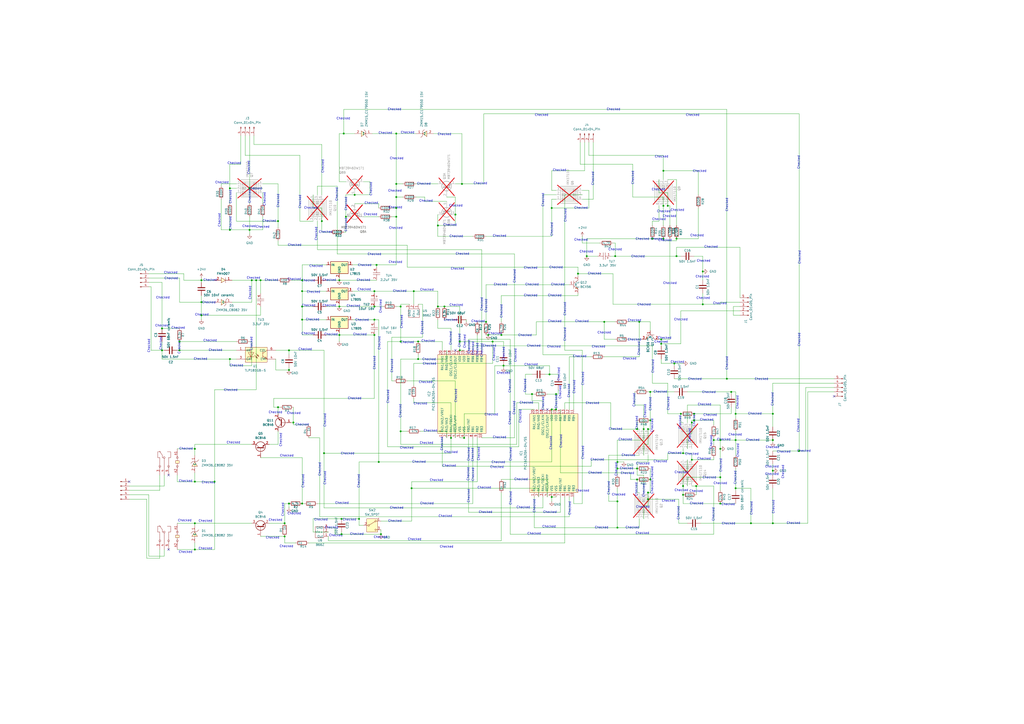
<source format=kicad_sch>
(kicad_sch (version 20250114) (generator "eeschema") (generator_version "9.0")
  (paper "A2")
  (lib_symbols
    (symbol "Connector:Conn_01x04_Pin" (pin_names (offset 1.016) (hide yes))
      (property "Reference" "J" (at 0 5.08 0))
      (property "Value" "Conn_01x04_Pin" (at 0 -7.62 0))
      (symbol "Conn_01x04_Pin_1_1"
        (pin passive line (at 5.08 2.54 180) (length 3.81) (name "Pin_1") (number "1"))
        (pin passive line (at 5.08 0 180) (length 3.81) (name "Pin_2") (number "2"))
        (pin passive line (at 5.08 -2.54 180) (length 3.81) (name "Pin_3") (number "3"))
        (pin passive line (at 5.08 -5.08 180) (length 3.81) (name "Pin_4") (number "4"))
      )
    )
    (symbol "Connector:Conn_01x05_Pin" (pin_names (offset 1.016) (hide yes))
      (property "Reference" "J" (at 0 7.62 0))
      (property "Value" "Conn_01x05_Pin" (at 0 -7.62 0))
      (symbol "Conn_01x05_Pin_1_1"
        (pin passive line (at 5.08 5.08 180) (length 3.81) (name "Pin_1") (number "1"))
        (pin passive line (at 5.08 2.54 180) (length 3.81) (name "Pin_2") (number "2"))
        (pin passive line (at 5.08 0 180) (length 3.81) (name "Pin_3") (number "3"))
        (pin passive line (at 5.08 -2.54 180) (length 3.81) (name "Pin_4") (number "4"))
        (pin passive line (at 5.08 -5.08 180) (length 3.81) (name "Pin_5") (number "5"))
      )
    )
    (symbol "Device:C" (pin_numbers (hide yes)) (pin_names (offset 0.254))
      (property "Reference" "C" (at 0.635 2.54 0))
      (property "Value" "C" (at 0.635 -2.54 0))
      (symbol "C_1_1"
        (pin passive line (at 0 3.81 270) (length 2.794) (name "~") (number "1"))
        (pin passive line (at 0 -3.81 90) (length 2.794) (name "~") (number "2"))
      )
    )
    (symbol "Device:R" (pin_numbers (hide yes)) (pin_names (offset 0))
      (property "Reference" "R" (at 2.032 0 90))
      (property "Value" "R" (at 0 0 90))
      (symbol "R_1_1"
        (pin passive line (at 0 3.81 270) (length 1.27) (name "~") (number "1"))
        (pin passive line (at 0 -3.81 90) (length 1.27) (name "~") (number "2"))
      )
    )
    (symbol "MYLIBS:B66Z"
      (property "Reference" "U" (at -3.81 3.175 0))
      (symbol "B66Z_1_1"
        (pin passive line (at -2.54 -5.08 90) (length 2.54) (name "Out") (number "1"))
        (pin input line (at -1.27 5.08 270) (length 2.54) (hide yes) (name "3") (number "5"))
        (pin input line (at 0 -5.08 90) (length 2.54) (name "Vin+") (number "2"))
        (pin input line (at 1.27 5.08 270) (length 2.54) (hide yes) (name "3") (number "4"))
        (pin input line (at 2.54 -5.08 90) (length 2.54) (name "GND") (number "3"))
      )
    )
    (symbol "Regulator_Linear:L7805" (pin_names (offset 0.254))
      (property "Reference" "U" (at -3.81 3.175 0))
      (property "Value" "L7805" (at 0 3.175 0))
      (symbol "L7805_1_1"
        (pin power_in line (at -7.62 0 0) (length 2.54) (name "IN") (number "1"))
        (pin power_in line (at 0 -7.62 90) (length 2.54) (name "GND") (number "2"))
        (pin power_out line (at 7.62 0 180) (length 2.54) (name "OUT") (number "3"))
      )
    )
    (symbol "Regulator_Linear:L7815" (pin_names (offset 0.254))
      (property "Reference" "U" (at -3.81 3.175 0))
      (property "Value" "L7815" (at 0 3.175 0))
      (symbol "L7815_1_1"
        (pin power_in line (at -7.62 0 0) (length 2.54) (name "IN") (number "1"))
        (pin power_in line (at 0 -7.62 90) (length 2.54) (name "GND") (number "2"))
        (pin power_out line (at 7.62 0 180) (length 2.54) (name "OUT") (number "3"))
      )
    )
    (symbol "Switch:SW_SPDT" (pin_names (offset 0) (hide yes))
      (property "Reference" "SW" (at 0 5.08 0))
      (property "Value" "SW_SPDT" (at 0 -5.08 0))
      (symbol "SW_SPDT_1_1"
        (pin passive line (at -5.08 0 0) (length 2.54) (name "B") (number "2"))
        (pin passive line (at 5.08 2.54 180) (length 2.54) (name "A") (number "1"))
        (pin passive line (at 5.08 -2.54 180) (length 2.54) (name "C") (number "3"))
      )
    )
    (symbol "TAJB335K035RNJ_1" (pin_names (hide yes))
      (property "Reference" "C" (at 0 5.08 0))
      (property "Value" "TAJB335K035RNJ" (at 0 -5.08 0))
      (symbol "TAJB335K035RNJ_1_0_1"
        (pin input line (at -3.81 0 0) (length 2.54) (name "2") (number "2"))
        (pin input line (at 3.81 0 180) (length 2.54) (name "1") (number "1"))
      )
    )
    (symbol "Transistor_BJT:BC846" (pin_names (offset 0) (hide yes))
      (property "Reference" "Q" (at 5.08 1.905 0))
      (property "Value" "BC846" (at 5.08 0 0))
      (symbol "BC846_1_1"
        (pin input line (at -5.08 0 0) (length 2.54) (name "B") (number "1"))
        (pin passive line (at 2.54 5.08 270) (length 2.54) (name "C") (number "3"))
        (pin passive line (at 2.54 -5.08 90) (length 2.54) (name "E") (number "2"))
      )
    )
    (symbol "Transistor_BJT:MBT3946DW1T1" (pin_names (offset 0) (hide yes))
      (property "Reference" "Q" (at 5.08 1.27 0))
      (property "Value" "MBT3946DW1T1" (at 5.08 -1.27 0))
      (symbol "MBT3946DW1T1_1_1"
        (pin input line (at -5.08 0 0) (length 2.54) (name "B1") (number "2"))
        (pin passive line (at 2.54 5.08 270) (length 2.54) (name "C1") (number "6"))
        (pin passive line (at 2.54 -5.08 90) (length 2.54) (name "E1") (number "1"))
      )
      (symbol "MBT3946DW1T1_2_1"
        (pin input line (at -5.08 0 0) (length 2.54) (name "B2") (number "5"))
        (pin passive line (at 2.54 5.08 270) (length 2.54) (name "C2") (number "3"))
        (pin passive line (at 2.54 -5.08 90) (length 2.54) (name "E2") (number "4"))
      )
    )
    (symbol "V23057-B0006-A101_1" (pin_names (hide yes))
      (property "Reference" "K" (at 0 12.7 0))
      (property "Value" "V23057-B0006-A101" (at 0 -12.7 0))
      (symbol "V23057-B0006-A101_1_0_1"
        (pin unspecified line (at -5.08 7.62 270) (length 5.08) (name "A1") (number "A1"))
        (pin unspecified line (at -5.08 -7.62 90) (length 5.08) (name "A2") (number "A2"))
        (pin unspecified line (at 0 -7.62 90) (length 5.08) (name "5") (number "5"))
        (pin unspecified line (at 2.54 -7.62 90) (length 5.08) (name "4") (number "4"))
        (pin unspecified line (at 5.08 -7.62 90) (length 5.08) (name "3") (number "3"))
      )
    )
    (symbol "easyeda2kicad:BCX56"
      (property "Reference" "Q" (at 0 10.16 0))
      (property "Value" "BCX56" (at 0 -10.16 0))
      (symbol "BCX56_0_1"
        (pin input line (at -2.54 0 0) (length 2.54) (name "B") (number "1"))
        (pin input line (at 2.54 5.08 270) (length 2.54) (name "C") (number "2"))
        (pin input line (at 2.54 -5.08 90) (length 2.54) (name "E") (number "3"))
      )
    )
    (symbol "easyeda2kicad:FM4007" (pin_names (hide yes))
      (property "Reference" "D4" (at 1.2701 -2.54 90))
      (property "Value" "FM4007" (at -1.2699 -2.54 90))
      (symbol "FM4007_0_1"
        (pin passive line (at -5.08 0 0) (length 3.81) (name "C") (number "1"))
        (pin passive line (at 5.08 0 180) (length 3.81) (name "A") (number "2"))
      )
    )
    (symbol "easyeda2kicad:IMX1T110"
      (property "Reference" "Q" (at 0 7.62 0))
      (property "Value" "IMX1T110" (at 0 -7.62 0))
      (symbol "IMX1T110_0_1"
        (pin unspecified line (at -7.62 2.54 0) (length 2.54) (name "C1") (number "1"))
        (pin unspecified line (at -7.62 0 0) (length 2.54) (name "B2") (number "2"))
        (pin unspecified line (at -7.62 -2.54 0) (length 2.54) (name "E2") (number "3"))
        (pin unspecified line (at 7.62 2.54 180) (length 2.54) (name "E1") (number "6"))
        (pin unspecified line (at 7.62 0 180) (length 2.54) (name "B1") (number "5"))
        (pin unspecified line (at 7.62 -2.54 180) (length 2.54) (name "C2") (number "4"))
      )
    )
    (symbol "easyeda2kicad:PIC16C620A-04_SS"
      (property "Reference" "U" (at 0 17.78 0))
      (property "Value" "PIC16C620A-04/SS" (at 0 -15.24 0))
      (symbol "PIC16C620A-04_SS_0_1"
        (pin unspecified line (at -25.4 12.7 0) (length 2.54) (name "RA2/AN2/VREF") (number "1"))
        (pin unspecified line (at -25.4 10.16 0) (length 2.54) (name "RA3/AN3") (number "2"))
        (pin unspecified line (at -25.4 7.62 0) (length 2.54) (name "RA4/T0CKI") (number "3"))
        (pin unspecified line (at -25.4 5.08 0) (length 2.54) (name "~{MCLR}/VPP") (number "4"))
        (pin unspecified line (at -25.4 2.54 0) (length 2.54) (name "VSS") (number "5"))
        (pin unspecified line (at -25.4 0 0) (length 2.54) (name "VSS") (number "6"))
        (pin unspecified line (at -25.4 -2.54 0) (length 2.54) (name "RB0/INT") (number "7"))
        (pin unspecified line (at -25.4 -5.08 0) (length 2.54) (name "RB1") (number "8"))
        (pin unspecified line (at -25.4 -7.62 0) (length 2.54) (name "RB2") (number "9"))
        (pin unspecified line (at -25.4 -10.16 0) (length 2.54) (name "RB3") (number "10"))
        (pin unspecified line (at 25.4 12.7 180) (length 2.54) (name "RA1/AN1") (number "20"))
        (pin unspecified line (at 25.4 10.16 180) (length 2.54) (name "RA0/AN0") (number "19"))
        (pin unspecified line (at 25.4 7.62 180) (length 2.54) (name "OSC1/CLKIN") (number "18"))
        (pin unspecified line (at 25.4 5.08 180) (length 2.54) (name "OSC2/CLKOUT") (number "17"))
        (pin unspecified line (at 25.4 2.54 180) (length 2.54) (name "VDD") (number "16"))
        (pin unspecified line (at 25.4 0 180) (length 2.54) (name "VDD") (number "15"))
        (pin unspecified line (at 25.4 -2.54 180) (length 2.54) (name "RB7") (number "14"))
        (pin unspecified line (at 25.4 -5.08 180) (length 2.54) (name "RB6") (number "13"))
        (pin unspecified line (at 25.4 -7.62 180) (length 2.54) (name "RB5") (number "12"))
        (pin unspecified line (at 25.4 -10.16 180) (length 2.54) (name "RB4") (number "11"))
      )
    )
    (symbol "easyeda2kicad:TAJA106K016RNJ" (pin_names (hide yes))
      (property "Reference" "C" (at 0 5.08 0))
      (property "Value" "TAJA106K016RNJ" (at 0 -5.08 0))
      (symbol "TAJA106K016RNJ_0_1"
        (pin input line (at -3.81 0 0) (length 2.54) (name "2") (number "2"))
        (pin input line (at 3.81 0 180) (length 2.54) (name "1") (number "1"))
      )
    )
    (symbol "easyeda2kicad:TAJB225K035RNJ" (pin_names (hide yes))
      (property "Reference" "C" (at 0 5.08 0))
      (property "Value" "TAJB225K035RNJ" (at 0 -5.08 0))
      (symbol "TAJB225K035RNJ_0_1"
        (pin input line (at -3.81 0 0) (length 2.54) (name "2") (number "2"))
        (pin input line (at 3.81 0 180) (length 2.54) (name "1") (number "1"))
      )
    )
    (symbol "easyeda2kicad:TAJB335K035RNJ" (pin_names (hide yes))
      (property "Reference" "C" (at 0 5.08 0))
      (property "Value" "TAJB335K035RNJ" (at 0 -5.08 0))
      (symbol "TAJB335K035RNJ_0_1"
        (pin input line (at -3.81 0 0) (length 2.54) (name "2") (number "2"))
        (pin input line (at 3.81 0 180) (length 2.54) (name "1") (number "1"))
      )
    )
    (symbol "easyeda2kicad:TLP181GB-S"
      (property "Reference" "U" (at 0 7.62 0))
      (property "Value" "TLP181GB-S" (at 0 -7.62 0))
      (symbol "TLP181GB-S_0_1"
        (pin unspecified line (at -12.7 2.54 0) (length 5.08) (name "AN") (number "1"))
        (pin unspecified line (at -12.7 -2.54 0) (length 5.08) (name "CAT") (number "3"))
        (pin unspecified line (at 10.16 2.54 180) (length 5.08) (name "COL") (number "6"))
        (pin unspecified line (at 10.16 -2.54 180) (length 5.08) (name "EMI") (number "4"))
      )
    )
    (symbol "easyeda2kicad:V23057-B0006-A101" (pin_names (hide yes))
      (property "Reference" "K" (at 0 12.7 0))
      (property "Value" "V23057-B0006-A101" (at 0 -12.7 0))
      (symbol "V23057-B0006-A101_0_1"
        (pin unspecified line (at -5.08 7.62 270) (length 5.08) (name "A1") (number "A1"))
        (pin unspecified line (at -5.08 -7.62 90) (length 5.08) (name "A2") (number "A2"))
        (pin unspecified line (at 0 -7.62 90) (length 5.08) (name "5") (number "5"))
        (pin unspecified line (at 2.54 -7.62 90) (length 5.08) (name "4") (number "4"))
        (pin unspecified line (at 5.08 -7.62 90) (length 5.08) (name "3") (number "3"))
      )
    )
    (symbol "easyeda2kicad:ZMM15_C179550"
      (property "Reference" "D" (at 0 5.08 0))
      (property "Value" "ZMM15_C179550" (at 0 -5.08 0))
      (symbol "ZMM15_C179550_0_1"
        (pin unspecified line (at -5.08 0 0) (length 3.81) (name "1") (number "1"))
        (pin unspecified line (at 5.08 0 180) (length 3.81) (name "2") (number "2"))
      )
    )
    (symbol "easyeda2kicad:ZMM33_C8082"
      (property "Reference" "D" (at 0 5.08 0))
      (property "Value" "ZMM33_C8082" (at 0 -5.08 0))
      (symbol "ZMM33_C8082_0_1"
        (pin unspecified line (at -5.08 0 0) (length 3.81) (name "C") (number "1"))
        (pin unspecified line (at 5.08 0 180) (length 3.81) (name "A") (number "2"))
      )
    )
    (symbol "power:+24V" (power) (pin_numbers (hide yes)) (pin_names (offset 0) (hide yes))
      (property "Value" "+24V" (at 0 3.556 0))
      (symbol "+24V_1_1"
        (pin power_in line (at 0 0 90) (length 0) (name "~") (number "1"))
      )
    )
    (symbol "power:GND" (power) (pin_numbers (hide yes)) (pin_names (offset 0) (hide yes))
      (property "Value" "GND" (at 0 -3.81 0))
      (symbol "GND_1_1"
        (pin power_in line (at 0 0 270) (length 0) (name "~") (number "1"))
      )
    )
  )
  (text "Checked" (at 395.224 284.48 0) (effects (font (size 1.27 1.27))))
  (text "Checked" (at 235.966 259.842 0) (effects (font (size 1.27 1.27))))
  (text "Checked" (at 421.64 210.7369 90) (effects (font (size 1.27 1.27))))
  (text "Checked" (at 247.142 116.586 0) (effects (font (size 1.27 1.27))))
  (text "Checked" (at 253.238 278.638 0) (effects (font (size 1.27 1.27))))
  (text "Checked" (at 178.816 193.548 0) (effects (font (size 1.27 1.27))))
  (text "Checked" (at 164.084 295.656 90) (effects (font (size 1.27 1.27))))
  (text "Checked" (at 153.416 115.57 90) (effects (font (size 1.27 1.27))))
  (text "Checked" (at 127.254 127.762 90) (effects (font (size 1.27 1.27))))
  (text "Checked" (at 407.924 172.974 0) (effects (font (size 1.27 1.27))))
  (text "Checked" (at 121.92 197.612 0) (effects (font (size 1.27 1.27))))
  (text "Checked" (at 324.612 98.806 0) (effects (font (size 1.27 1.27))))
  (text "Checked" (at 372.872 294.132 0) (effects (font (size 1.27 1.27))))
  (text "Checked" (at 363.982 274.574 0) (effects (font (size 1.27 1.27))))
  (text "Checked" (at 298.45 160.274 90) (effects (font (size 1.27 1.27))))
  (text "Checked" (at 344.932 158.75 0) (effects (font (size 1.27 1.27))))
  (text "Checked" (at 188.468 243.84 90) (effects (font (size 1.27 1.27))))
  (text "Checked" (at 107.188 302.006 0) (effects (font (size 1.27 1.27))))
  (text "Checked" (at 417.83 280.416 0) (effects (font (size 1.27 1.27))))
  (text "Checked" (at 229.108 110.744 0) (effects (font (size 1.27 1.27))))
  (text "Checked" (at 412.496 256.54 90) (effects (font (size 1.27 1.27))))
  (text "Checked" (at 157.48 162.56 0) (effects (font (size 1.27 1.27))))
  (text "Checked" (at 271.78 287.782 90) (effects (font (size 1.27 1.27))))
  (text "Checked" (at 211.582 153.924 0) (effects (font (size 1.27 1.27))))
  (text "Checked" (at 147.066 161.29 0) (effects (font (size 1.27 1.27))))
  (text "Checked" (at 454.66 262.128 0) (effects (font (size 1.27 1.27))))
  (text "Checked" (at 248.92 208.534 0) (effects (font (size 1.27 1.27))))
  (text "Checked" (at 305.308 233.68 0) (effects (font (size 1.27 1.27))))
  (text "Checked" (at 200.66 118.364 90) (effects (font (size 1.27 1.27))))
  (text "Checked" (at 191.008 177.292 0) (effects (font (size 1.27 1.27))))
  (text "Checked" (at 230.124 91.948 0) (effects (font (size 1.27 1.27))))
  (text "Checked" (at 208.788 194.056 0) (effects (font (size 1.27 1.27))))
  (text "Checked" (at 318.516 305.562 0) (effects (font (size 1.27 1.27))))
  (text "Checked" (at 383.54 198.374 0) (effects (font (size 1.27 1.27))))
  (text "Checked" (at 201.676 263.144 0) (effects (font (size 1.27 1.27))))
  (text "Checked" (at 400.05 252.476 90) (effects (font (size 1.27 1.27))))
  (text "Checked" (at 183.388 135.636 90) (effects (font (size 1.27 1.27))))
  (text "Checked" (at 170.688 297.942 0) (effects (font (size 1.27 1.27))))
  (text "Checked" (at 365.2735 208.1213 0) (effects (font (size 1.27 1.27))))
  (text "Checked" (at 152.4 131.6734 0) (effects (font (size 1.27 1.27))))
  (text "Checked" (at 215.392 117.856 0) (effects (font (size 1.27 1.27))))
  (text "Checked" (at 289.814 253.746 0) (effects (font (size 1.27 1.27))))
  (text "Checked" (at 229.616 132.334 0) (effects (font (size 1.27 1.27))))
  (text "Checked" (at 288.29 271.018 0) (effects (font (size 1.27 1.27))))
  (text "Checked" (at 403.86 284.988 0) (effects (font (size 1.27 1.27))))
  (text "Checked" (at 417.576 176.022 0) (effects (font (size 1.27 1.27))))
  (text "Checked" (at 411.988 240.792 0) (effects (font (size 1.27 1.27))))
  (text "Checked" (at 128.778 105.918 0) (effects (font (size 1.27 1.27))))
  (text "Checked" (at 261.366 185.674 0) (effects (font (size 1.27 1.27))))
  (text "Checked" (at 408.178 151.384 0) (effects (font (size 1.27 1.27))))
  (text "Checked" (at 117.094 182.626 0) (effects (font (size 1.27 1.27))))
  (text "Checked" (at 214.884 124.46 0) (effects (font (size 1.27 1.27))))
  (text "Checked" (at 229.362 120.396 0) (effects (font (size 1.27 1.27))))
  (text "Checked" (at 287.274 193.548 0) (effects (font (size 1.27 1.27))))
  (text "Checked" (at 220.726 311.658 0) (effects (font (size 1.27 1.27))))
  (text "Checked" (at 124.968 203.2 0) (effects (font (size 1.27 1.27))))
  (text "Checked" (at 408.686 234.696 0) (effects (font (size 1.27 1.27))))
  (text "Checked" (at 144.78 114.046 90) (effects (font (size 1.27 1.27))))
  (text "Checked" (at 215.138 109.728 90) (effects (font (size 1.27 1.27))))
  (text "Checked" (at 99.314 161.544 0) (effects (font (size 1.27 1.27))))
  (text "Checked" (at 232.156 238.506 90) (effects (font (size 1.27 1.27))))
  (text "Checked" (at 103.378 190.246 0) (effects (font (size 1.27 1.27))))
  (text "Checked" (at 385.064 122.682 0) (effects (font (size 1.27 1.27))))
  (text "Checked" (at 228.854 63.5 0) (effects (font (size 1.27 1.27))))
  (text "Checked" (at 372.872 268.986 0) (effects (font (size 1.27 1.27))))
  (text "Checked" (at 247.65 168.148 0) (effects (font (size 1.27 1.27))))
  (text "Checked" (at 186.182 301.498 0) (effects (font (size 1.27 1.27))))
  (text "Checked" (at 392.938 121.92 0) (effects (font (size 1.27 1.27))))
  (text "Checked" (at 166.116 316.992 0) (effects (font (size 1.27 1.27))))
  (text "Checked" (at 272.034 201.422 90) (effects (font (size 1.27 1.27))))
  (text "Checked" (at 378.206 282.702 90) (effects (font (size 1.27 1.27))))
  (text "Checked" (at 426.466 277.114 90) (effects (font (size 1.27 1.27))))
  (text "Checked" (at 245.872 106.68 0) (effects (font (size 1.27 1.27))))
  (text "Checked" (at 180.34 120.65 0) (effects (font (size 1.27 1.27))))
  (text "Checked" (at 144.272 97.282 90) (effects (font (size 1.27 1.27))))
  (text "Checked" (at 177.038 202.692 0) (effects (font (size 1.27 1.27))))
  (text "Checked" (at 223.52 77.216 0) (effects (font (size 1.27 1.27))))
  (text "Checked" (at 309.626 200.66 0) (effects (font (size 1.27 1.27))))
  (text "Checked" (at 368.046 197.104 0) (effects (font (size 1.27 1.27))))
  (text "Checked" (at 217.17 147.574 0) (effects (font (size 1.27 1.27))))
  (text "Checked" (at 204.978 177.546 0) (effects (font (size 1.27 1.27))))
  (text "Checked" (at 205.74 231.14 0) (effects (font (size 1.27 1.27))))
  (text "Checked" (at 373.38 284.48 90) (effects (font (size 1.27 1.27))))
  (text "Checked" (at 422.402 292.608 0) (effects (font (size 1.27 1.27))))
  (text "Checked" (at 278.638 106.426 0) (effects (font (size 1.27 1.27))))
  (text "Checked" (at 243.84 234.188 0) (effects (font (size 1.27 1.27))))
  (text "Checked" (at 259.08 317.246 0) (effects (font (size 1.27 1.27))))
  (text "Checked" (at 202.692 301.498 0) (effects (font (size 1.27 1.27))))
  (text "Checked" (at 437.896 240.03 0) (effects (font (size 1.27 1.27))))
  (text "Checked" (at 179.07 177.292 0) (effects (font (size 1.27 1.27))))
  (text "Checked" (at 161.29 116.586 90) (effects (font (size 1.27 1.27))))
  (text "Checked" (at 366.776 306.07 0) (effects (font (size 1.27 1.27))))
  (text "Checked" (at 244.856 190.246 90) (effects (font (size 1.27 1.27))))
  (text "Checked" (at 408.432 266.192 0) (effects (font (size 1.27 1.27))))
  (text "Checked" (at 348.996 306.07 0) (effects (font (size 1.27 1.27))))
  (text "Checked" (at 295.656 242.57 90) (effects (font (size 1.27 1.27))))
  (text "Checked" (at 188.937 134.62 0) (effects (font (size 1.27 1.27))))
  (text "Checked" (at 173.99 117.094 90) (effects (font (size 1.27 1.27))))
  (text "Checked" (at 338.074 219.71 90) (effects (font (size 1.27 1.27))))
  (text "Checked" (at 314.96 116.078 90) (effects (font (size 1.27 1.27))))
  (text "Checked" (at 387.858 290.576 0) (effects (font (size 1.27 1.27))))
  (text "Checked" (at 162.814 255.27 90) (effects (font (size 1.27 1.27))))
  (text "Checked" (at 336.296 206.756 0) (effects (font (size 1.27 1.27))))
  (text "Checked" (at 327.66 179.324 90) (effects (font (size 1.27 1.27))))
  (text "Checked" (at 283.972 200.66 0) (effects (font (size 1.27 1.27))))
  (text "Checked" (at 266.446 197.612 90) (effects (font (size 1.27 1.27))))
  (text "Checked" (at 357.378 272.288 90) (effects (font (size 1.27 1.27))))
  (text "Checked" (at 405.892 99.314 0) (effects (font (size 1.27 1.27))))
  (text "Checked" (at 210.058 185.674 0) (effects (font (size 1.27 1.27))))
  (text "Checked" (at 412.496 143.256 0) (effects (font (size 1.27 1.27))))
  (text "Checked" (at 274.32 202.184 90) (effects (font (size 1.27 1.27))))
  (text "Checked" (at 119.126 302.26 0) (effects (font (size 1.27 1.27))))
  (text "Checked" (at 229.108 302.26 0) (effects (font (size 1.27 1.27))))
  (text "Checked" (at 320.04 133.096 90) (effects (font (size 1.27 1.27))))
  (text "Checked" (at 292.1 216.408 0) (effects (font (size 1.27 1.27))))
  (text "Checked" (at 199.136 68.834 0) (effects (font (size 1.27 1.27))))
  (text "Checked" (at 121.158 175.514 0) (effects (font (size 1.27 1.27))))
  (text "Checked" (at 460.248 303.53 0) (effects (font (size 1.27 1.27))))
  (text "Checked" (at 121.92 162.56 0) (effects (font (size 1.27 1.27))))
  (text "Checked" (at 388.62 164.338 0) (effects (font (size 1.27 1.27))))
  (text "Checked" (at 158.1546 311.9446 0) (effects (font (size 1.27 1.27))))
  (text "Checked" (at 370.586 202.184 90) (effects (font (size 1.27 1.27))))
  (text "Checked" (at 170.942 142.24 0) (effects (font (size 1.27 1.27))))
  (text "Checked" (at 236.474 76.962 0) (effects (font (size 1.27 1.27))))
  (text "Checked" (at 175.768 279.146 90) (effects (font (size 1.27 1.27))))
  (text "Checked" (at 292.1 205.232 90) (effects (font (size 1.27 1.27))))
  (text "Checked" (at 383.032 227.33 0) (effects (font (size 1.27 1.27))))
  (text "Checked" (at 103.886 201.422 90) (effects (font (size 1.27 1.27))))
  (text "Checked" (at 421.64 118.872 90) (effects (font (size 1.27 1.27))))
  (text "Checked" (at 232.918 186.69 90) (effects (font (size 1.27 1.27))))
  (text "Checked" (at 195.326 112.776 90) (effects (font (size 1.27 1.27))))
  (text "Checked" (at 290.83 180.594 90) (effects (font (size 1.27 1.27))))
  (text "Checked" (at 271.78 263.652 90) (effects (font (size 1.27 1.27))))
  (text "Checked" (at 230.124 294.64 0) (effects (font (size 1.27 1.27))))
  (text "Checked" (at 220.726 177.8 90) (effects (font (size 1.27 1.27))))
  (text "Checked" (at 133.604 129.54 90) (effects (font (size 1.27 1.27))))
  (text "Checked" (at 298.958 206.248 90) (effects (font (size 1.27 1.27))))
  (text "Checked" (at 337.058 139.192 0) (effects (font (size 1.27 1.27))))
  (text "Checked" (at 119.126 318.262 0) (effects (font (size 1.27 1.27))))
  (text "Checked" (at 321.818 171.45 0) (effects (font (size 1.27 1.27))))
  (text "Checked" (at 261.366 196.342 90) (effects (font (size 1.27 1.27))))
  (text "Checked" (at 240.538 312.928 0) (effects (font (size 1.27 1.27))))
  (text "Checked" (at 385.826 139.446 0) (effects (font (size 1.27 1.27))))
  (text "Checked" (at 159.766 239.268 0) (effects (font (size 1.27 1.27))))
  (text "Checked" (at 243.078 267.97 0) (effects (font (size 1.27 1.27))))
  (text "Checked" (at 247.65 292.1 0) (effects (font (size 1.27 1.27))))
  (text "Checked" (at 370.078 148.844 0) (effects (font (size 1.27 1.27))))
  (text "Checked" (at 264.668 137.16 0) (effects (font (size 1.27 1.27))))
  (text "Checked" (at 281.94 177.546 90) (effects (font (size 1.27 1.27))))
  (text "Checked" (at 296.164 289.052 90) (effects (font (size 1.27 1.27))))
  (text "Checked" (at 322.58 233.172 90) (effects (font (size 1.27 1.27))))
  (text "Checked" (at 271.526 275.082 90) (effects (font (size 1.27 1.27))))
  (text "Checked" (at 295.656 224.028 90) (effects (font (size 1.27 1.27))))
  (text "Checked" (at 338.074 262.636 90) (effects (font (size 1.27 1.27))))
  (text "Checked" (at 194.818 310.642 0) (effects (font (size 1.27 1.27))))
  (text "Checked" (at 308.61 165.1 0) (effects (font (size 1.27 1.27))))
  (text "Checked" (at 303.53 294.386 0) (effects (font (size 1.27 1.27))))
  (text "Checked" (at 314.198 66.802 0) (effects (font (size 1.27 1.27))))
  (text "Checked" (at 403.098 219.964 0) (effects (font (size 1.27 1.27))))
  (text "Checked" (at 411.226 227.584 0) (effects (font (size 1.27 1.27))))
  (text "Checked" (at 463.296 94.234 90) (effects (font (size 1.27 1.27))))
  (text "Checked" (at 340.106 146.05 0) (effects (font (size 1.27 1.27))))
  (text "Checked" (at 319.024 297.18 0) (effects (font (size 1.27 1.27))))
  (text "Checked" (at 236.22 198.628 0) (effects (font (size 1.27 1.27))))
  (text "Checked" (at 407.416 160.528 0) (effects (font (size 1.27 1.27))))
  (text "Checked" (at 325.374 256.032 90) (effects (font (size 1.27 1.27))))
  (text "Checked" (at 392.938 210.058 0) (effects (font (size 1.27 1.27))))
  (text "Checked" (at 350.52 193.04 0) (effects (font (size 1.27 1.27))))
  (text "Checked" (at 363.474 271.78 0) (effects (font (size 1.27 1.27))))
  (text "Checked" (at 159.766 301.752 0) (effects (font (size 1.27 1.27))))
  (text "Checked" (at 466.344 261.62 0) (effects (font (size 1.27 1.27))))
  (text "Checked" (at 145.796 199.39 90) (effects (font (size 1.27 1.27))))
  (text "Checked" (at 148.082 109.474 0) (effects (font (size 1.27 1.27))))
  (text "Checked" (at 382.016 109.982 0) (effects (font (size 1.27 1.27))))
  (text "Checked" (at 210.82 162.56 0) (effects (font (size 1.27 1.27))))
  (text "Checked" (at 93.98 188.976 0) (effects (font (size 1.27 1.27))))
  (text "Checked" (at 413.766 298.45 90) (effects (font (size 1.27 1.27))))
  (text "Checked" (at 447.802 270.764 0) (effects (font (size 1.27 1.27))))
  (text "Checked" (at 324.104 217.17 90) (effects (font (size 1.27 1.27))))
  (text "Checked" (at 298.196 236.728 90) (effects (font (size 1.27 1.27))))
  (text "Checked" (at 284.988 240.538 0) (effects (font (size 1.27 1.27))))
  (text "Checked" (at 355.854 63.5 0) (effects (font (size 1.27 1.27))))
  (text "Checked" (at 362.712 255.016 0) (effects (font (size 1.27 1.27))))
  (text "Checked" (at 307.848 155.448 0) (effects (font (size 1.27 1.27))))
  (text "Checked" (at 116.332 208.28 0) (effects (font (size 1.27 1.27))))
  (text "Checked" (at 219.964 199.136 90) (effects (font (size 1.27 1.27))))
  (text "Checked" (at 427.736 233.426 90) (effects (font (size 1.27 1.27))))
  (text "Checked" (at 264.668 177.038 0) (effects (font (size 1.27 1.27))))
  (text "Checked" (at 286.512 205.486 90) (effects (font (size 1.27 1.27))))
  (text "Checked" (at 175.26 246.38 0) (effects (font (size 1.27 1.27))))
  (text "Checked" (at 296.164 263.652 90) (effects (font (size 1.27 1.27))))
  (text "Checked" (at 211.2635 167.9775 0) (effects (font (size 1.27 1.27))))
  (text "Checked" (at 279.4 176.53 90) (effects (font (size 1.27 1.27))))
  (text "Checked" (at 463.804 149.352 90) (effects (font (size 1.27 1.27))))
  (text "Checked" (at 382.27 127.254 0) (effects (font (size 1.27 1.27))))
  (text "Checked" (at 274.32 275.336 90) (effects (font (size 1.27 1.27))))
  (text "Checked" (at 208.026 279.146 90) (effects (font (size 1.27 1.27))))
  (text "Checked" (at 367.03 103.124 90) (effects (font (size 1.27 1.27))))
  (text "Checked" (at 448.564 294.132 90) (effects (font (size 1.27 1.27))))
  (text "Checked" (at 404.114 292.1 0) (effects (font (size 1.27 1.27))))
  (text "Checked" (at 99.06 158.242 0) (effects (font (size 1.27 1.27))))
  (text "Checked" (at 463.55 197.104 90) (effects (font (size 1.27 1.27))))
  (text "Checked" (at 368.046 185.928 0) (effects (font (size 1.27 1.27))))
  (text "Checked" (at 378.714 212.598 90) (effects (font (size 1.27 1.27))))
  (text "Checked" (at 276.86 202.946 90) (effects (font (size 1.27 1.27))))
  (text "Checked" (at 358.902 287.02 0) (effects (font (size 1.27 1.27))))
  (text "Checked" (at 404.368 136.652 0) (effects (font (size 1.27 1.27))))
  (text "Checked" (at 373.634 176.784 0) (effects (font (size 1.27 1.27))))
  (text "Checked" (at 261.62 262.382 0) (effects (font (size 1.27 1.27))))
  (text "Checked" (at 207.01 309.88 0) (effects (font (size 1.27 1.27))))
  (text "Checked" (at 301.752 241.554 90) (effects (font (size 1.27 1.27))))
  (text "Checked" (at 277.622 263.398 90) (effects (font (size 1.27 1.27))))
  (text "Checked" (at 378.206 274.574 90) (effects (font (size 1.27 1.27))))
  (text "Checked" (at 257.81 77.978 0) (effects (font (size 1.27 1.27))))
  (text "Checked" (at 308.102 211.582 0) (effects (font (size 1.27 1.27))))
  (text "Checked" (at 322.58 155.194 0) (effects (font (size 1.27 1.27))))
  (text "Checked" (at 309.88 309.626 0) (effects (font (size 1.27 1.27))))
  (text "Checked" (at 93.218 199.136 90) (effects (font (size 1.27 1.27))))
  (text "Checked" (at 441.706 219.964 0) (effects (font (size 1.27 1.27))))
  (text "Checked" (at 321.818 186.436 0) (effects (font (size 1.27 1.27))))
  (text "Checked" (at 321.31 201.168 0) (effects (font (size 1.27 1.27))))
  (text "Checked" (at 387.604 234.188 90) (effects (font (size 1.27 1.27))))
  (text "Checked" (at 192.278 306.07 0) (effects (font (size 1.27 1.27))))
  (text "Checked" (at 372.618 138.684 0) (effects (font (size 1.27 1.27))))
  (text "Checked" (at 436.6576 255.27 0) (effects (font (size 1.27 1.27))))
  (text "Checked" (at 337.82 284.734 0) (effects (font (size 1.27 1.27))))
  (text "Checked" (at 181.864 169.418 0) (effects (font (size 1.27 1.27))))
  (text "Checked" (at 86.36 200.66 90) (effects (font (size 1.27 1.27))))
  (text "Checked" (at 319.532 257.048 90) (effects (font (size 1.27 1.27))))
  (text "Checked" (at 200.66 130.556 90) (effects (font (size 1.27 1.27))))
  (text "Checked" (at 419.862 255.016 0) (effects (font (size 1.27 1.27))))
  (text "Checked" (at 289.052 268.224 0) (effects (font (size 1.27 1.27))))
  (text "Checked" (at 332.994 224.536 90) (effects (font (size 1.27 1.27))))
  (text "Checked" (at 227.33 212.344 90) (effects (font (size 1.27 1.27))))
  (text "Checked" (at 427.99 261.366 90) (effects (font (size 1.27 1.27))))
  (text "Checked" (at 107.95 260.35 0) (effects (font (size 1.27 1.27))))
  (text "Checked" (at 120.904 279.908 0) (effects (font (size 1.27 1.27))))
  (text "Checked" (at 166.37 264.414 0) (effects (font (size 1.27 1.27))))
  (text "Checked" (at 191.008 162.56 0) (effects (font (size 1.27 1.27))))
  (text "Checked" (at 137.16 212.09 0) (effects (font (size 1.27 1.27))))
  (text "Checked" (at 372.618 309.372 0) (effects (font (size 1.27 1.27))))
  (text "Checked" (at 435.864 294.894 90) (effects (font (size 1.27 1.27))))
  (text "Checked" (at 393.446 297.688 90) (effects (font (size 1.27 1.27))))
  (text "Checked" (at 381.508 138.684 0) (effects (font (size 1.27 1.27))))
  (text "Checked" (at 265.43 155.956 0) (effects (font (size 1.27 1.27))))
  (text "Checked" (at 302.26 278.13 0) (effects (font (size 1.27 1.27))))
  (text "Checked" (at 463.042 246.888 90) (effects (font (size 1.27 1.27))))
  (text "Checked" (at 231.9142 168.91 0) (effects (font (size 1.27 1.27))))
  (text "Checked" (at 329.946 226.822 90) (effects (font (size 1.27 1.27))))
  (text "Checked" (at 356.87 144.78 0) (effects (font (size 1.27 1.27))))
  (text "Checked" (at 448.056 231.648 90) (effects (font (size 1.27 1.27))))
  (text "Checked" (at 378.206 246.888 90) (effects (font (size 1.27 1.27))))
  (text "Checked" (at 411.48 277.114 0) (effects (font (size 1.27 1.27))))
  (text "Checked" (at 229.362 152.146 0) (effects (font (size 1.27 1.27))))
  (text "Checked" (at 261.112 130.556 0) (effects (font (size 1.27 1.27))))
  (text "Checked" (at 260.604 270.256 0) (effects (font (size 1.27 1.27))))
  (text "Checked" (at 343.662 233.934 0) (effects (font (size 1.27 1.27))))
  (text "Checked" (at 418.084 270.002 90) (effects (font (size 1.27 1.27))))
  (text "Checked" (at 133.858 226.314 0) (effects (font (size 1.27 1.27))))
  (text "Checked" (at 183.388 154.432 0) (effects (font (size 1.27 1.27))))
  (text "Checked" (at 246.888 221.742 0) (effects (font (size 1.27 1.27))))
  (text "Checked" (at 385.572 196.088 0) (effects (font (size 1.27 1.27))))
  (text "Checked" (at 187.198 96.52 90) (effects (font (size 1.27 1.27))))
  (text "Checked" (at 145.034 169.926 90) (effects (font (size 1.27 1.27))))
  (text "Checked" (at 327.66 194.056 90) (effects (font (size 1.27 1.27))))
  (text "Checked" (at 402.59 243.586 90) (effects (font (size 1.27 1.27))))
  (text "Checked" (at 422.656 303.784 0) (effects (font (size 1.27 1.27))))
  (text "Checked" (at 307.848 171.45 0) (effects (font (size 1.27 1.27))))
  (text "Checked" (at 264.414 119.38 0) (effects (font (size 1.27 1.27))))
  (text "Checked" (at 290.322 165.1 0) (effects (font (size 1.27 1.27))))
  (text "Checked" (at 135.382 256.794 0) (effects (font (size 1.27 1.27))))
  (text "Checked" (at 324.866 227.584 90) (effects (font (size 1.27 1.27))))
  (text "Checked" (at 181.356 185.42 0) (effects (font (size 1.27 1.27))))
  (text "Checked" (at 353.06 283.21 90) (effects (font (size 1.27 1.27))))
  (text "Checked" (at 94.488 172.72 0) (effects (font (size 1.27 1.27))))
  (text "Checked" (at 249.682 249.936 0) (effects (font (size 1.27 1.27))))
  (text "Checked" (at 337.058 120.65 0) (effects (font (size 1.27 1.27))))
  (text "Checked" (at 192.024 194.056 0) (effects (font (size 1.27 1.27))))
  (text "Checked" (at 269.494 198.12 90) (effects (font (size 1.27 1.27))))
  (text "Checked" (at 454.152 273.812 90) (effects (font (size 1.27 1.27))))
  (text "Checked" (at 346.456 266.7 0) (effects (font (size 1.27 1.27))))
  (text "Checked" (at 367.792 232.156 90) (effects (font (size 1.27 1.27))))
  (text "Checked" (at 135.89 94.742 0) (effects (font (size 1.27 1.27))))
  (text "Checked" (at 383.794 90.932 0) (effects (font (size 1.27 1.27))))
  (text "Checked" (at 323.596 165.1 0) (effects (font (size 1.27 1.27))))
  (text "Checked" (at 394.97 185.42 0) (effects (font (size 1.27 1.27))))
  (text "Checked" (at 289.814 136.906 0) (effects (font (size 1.27 1.27))))
  (text "Checked" (at 264.414 229.616 90) (effects (font (size 1.27 1.27))))
  (text "Checked" (at 309.88 293.624 90) (effects (font (size 1.27 1.27))))
  (text "Checked" (at 256.286 257.556 90) (effects (font (size 1.27 1.27))))
  (text "Checked" (at 391.414 262.89 0) (effects (font (size 1.27 1.27))))
  (text "Checked" (at 369.062 283.972 90) (effects (font (size 1.27 1.27))))
  (text "Checked" (at 401.828 66.802 0) (effects (font (size 1.27 1.27))))
  (text "Checked" (at 281.686 297.18 0) (effects (font (size 1.27 1.27))))
  (text "Checked" (at 369.316 245.364 90) (effects (font (size 1.27 1.27))))
  (text "Checked" (at 426.466 252.222 0) (effects (font (size 1.27 1.27))))
  (text "Checked" (at 401.32 263.398 0) (effects (font (size 1.27 1.27))))
  (text "Checked" (at 258.318 299.466 0) (effects (font (size 1.27 1.27))))
  (text "Checked" (at 170.434 239.776 0) (effects (font (size 1.27 1.27))))
  (text "Checked" (at 357.0872 248.92 0) (effects (font (size 1.27 1.27))))
  (text "Checked" (at 447.802 275.082 0) (effects (font (size 1.27 1.27))))
  (text "Checked" (at 347.218 201.168 0) (effects (font (size 1.27 1.27))))
  (text "Checked" (at 144.526 131.318 0) (effects (font (size 1.27 1.27))))
  (text "Checked" (at 388.366 125.476 0) (effects (font (size 1.27 1.27))))
  (text "Checked" (at 274.066 263.906 90) (effects (font (size 1.27 1.27))))
  (text "Checked" (at 156.21 128.27 0) (effects (font (size 1.27 1.27))))
  (text "Checked" (at 330.454 294.894 90) (effects (font (size 1.27 1.27))))
  (text "Checked" (at 448.1362 259.5156 0) (effects (font (size 1.27 1.27))))
  (text "Checked" (at 337.566 186.436 0) (effects (font (size 1.27 1.27))))
  (text "Checked" (at 279.4 203.2 90) (effects (font (size 1.27 1.27))))
  (text "Checked" (at 383.032 267.716 0) (effects (font (size 1.27 1.27))))
  (text "Checked" (at 343.916 103.632 90) (effects (font (size 1.27 1.27))))
  (text "Checked" (at 185.42 272.288 90) (effects (font (size 1.27 1.27))))
  (text "Checked" (at 409.956 243.586 0) (effects (font (size 1.27 1.27))))
  (text "Checked" (at 249.174 211.074 0) (effects (font (size 1.27 1.27))))
  (text "Checked" (at 304.546 223.774 90) (effects (font (size 1.27 1.27))))
  (text "Checked" (at 345.186 274.32 0) (effects (font (size 1.27 1.27))))
  (text "Checked" (at 280.924 282.956 0) (effects (font (size 1.27 1.27))))
  (text "Checked" (at 304.546 194.564 0) (effects (font (size 1.27 1.27))))
  (text "Checked" (at 107.696 279.146 0) (effects (font (size 1.27 1.27))))
  (text "Checked" (at 170.688 162.052 0) (effects (font (size 1.27 1.27))))
  (text "Checked" (at 314.96 234.188 90) (effects (font (size 1.27 1.27))))
  (text "Checked" (at 188.468 277.368 90) (effects (font (size 1.27 1.27))))
  (text "Checked" (at 107.696 320.294 0) (effects (font (size 1.27 1.27))))
  (text "Checked" (at 198.374 291.846 0) (effects (font (size 1.27 1.27))))
  (text "Checked" (at 133.604 114.3 90) (effects (font (size 1.27 1.27))))
  (text "Checked" (at 225.044 230.124 90) (effects (font (size 1.27 1.27))))
  (text "Checked" (at 364.49 264.16 0) (effects (font (size 1.27 1.27))))
  (text "Checked" (at 178.816 162.814 0) (effects (font (size 1.27 1.27))))
  (text "Checked" (at 247.396 257.048 0) (effects (font (size 1.27 1.27))))
  (text "Checked" (at 277.368 186.436 0) (effects (font (size 1.27 1.27))))
  (text "Checked" (at 248.412 197.866 0) (effects (font (size 1.27 1.27))))
  (text "Checked" (at 327.914 124.968 90) (effects (font (size 1.27 1.27))))
  (text "Checked" (at 268.224 147.32 0) (effects (font (size 1.27 1.27))))
  (text "Checked" (at 377.19 234.442 90) (effects (font (size 1.27 1.27))))
  (text "Checked" (at 395.224 274.066 0) (effects (font (size 1.27 1.27))))
  (text "Checked" (at 374.142 238.506 90) (effects (font (size 1.27 1.27))))
  (text "Checked" (at 217.17 210.566 90) (effects (font (size 1.27 1.27))))
  (text "Checked" (at 394.462 245.11 90) (effects (font (size 1.27 1.27))))
  (junction (at 407.67 176.53))
  (junction (at 426.72 240.03))
  (junction (at 383.54 199.39))
  (junction (at 320.04 288.29))
  (junction (at 133.35 109.22))
  (junction (at 392.43 138.43))
  (junction (at 448.31 255.27))
  (junction (at 424.18 227.33))
  (junction (at 384.81 138.43))
  (junction (at 384.81 119.38))
  (junction (at 370.84 186.69))
  (junction (at 229.87 114.3))
  (junction (at 322.58 237.49))
  (junction (at 232.41 250.19))
  (junction (at 229.87 125.73))
  (junction (at 219.71 267.97))
  (junction (at 377.19 227.33))
  (junction (at 165.1 311.15))
  (junction (at 387.35 119.38))
  (junction (at 290.83 194.31))
  (junction (at 93.98 190.5))
  (junction (at 196.85 162.56))
  (junction (at 217.17 177.8))
  (junction (at 308.61 228.6))
  (junction (at 116.84 162.56))
  (junction (at 375.92 248.92))
  (junction (at 116.84 175.26))
  (junction (at 220.98 309.88))
  (junction (at 358.14 290.83))
  (junction (at 401.32 245.11))
  (junction (at 403.86 281.94))
  (junction (at 463.55 261.62))
  (junction (at 232.41 177.8))
  (junction (at 435.61 303.53))
  (junction (at 358.14 306.07))
  (junction (at 266.7 198.12))
  (junction (at 165.1 303.53))
  (junction (at 254 177.8))
  (junction (at 448.31 273.05))
  (junction (at 266.7 203.2))
  (junction (at 229.87 77.47))
  (junction (at 394.97 240.03))
  (junction (at 318.77 217.17))
  (junction (at 200.66 125.73))
  (junction (at 417.83 260.35))
  (junction (at 369.57 278.13))
  (junction (at 113.03 318.77))
  (junction (at 402.59 240.03))
  (junction (at 198.12 300.99))
  (junction (at 335.28 158.75))
  (junction (at 358.14 271.78))
  (junction (at 375.92 285.75))
  (junction (at 217.17 168.91))
  (junction (at 116.84 182.88))
  (junction (at 167.64 214.63))
  (junction (at 402.59 243.84))
  (junction (at 396.24 281.94))
  (junction (at 281.94 186.69))
  (junction (at 285.75 198.12))
  (junction (at 170.18 245.11))
  (junction (at 448.31 240.03))
  (junction (at 375.92 289.56))
  (junction (at 217.17 194.31))
  (junction (at 369.57 271.78))
  (junction (at 198.12 309.88))
  (junction (at 113.03 279.4))
  (junction (at 322.58 228.6))
  (junction (at 229.87 106.68))
  (junction (at 133.35 133.35))
  (junction (at 242.57 198.12))
  (junction (at 421.64 219.71))
  (junction (at 229.87 120.65))
  (junction (at 175.26 162.56))
  (junction (at 377.19 243.84))
  (junction (at 320.04 120.65))
  (junction (at 175.26 292.1))
  (junction (at 377.19 278.13))
  (junction (at 167.64 203.2))
  (junction (at 426.72 283.21))
  (junction (at 414.02 255.27))
  (junction (at 392.43 148.59))
  (junction (at 218.44 153.67))
  (junction (at 161.29 236.22))
  (junction (at 175.26 185.42))
  (junction (at 407.67 157.48))
  (junction (at 373.38 248.92))
  (junction (at 396.24 287.02))
  (junction (at 113.03 303.53))
  (junction (at 217.17 185.42))
  (junction (at 356.87 148.59))
  (junction (at 124.46 279.4))
  (junction (at 417.83 276.86))
  (junction (at 391.16 210.82))
  (junction (at 417.83 255.27))
  (junction (at 167.64 292.1))
  (junction (at 151.13 162.56))
  (junction (at 148.59 162.56))
  (junction (at 113.03 260.35))
  (junction (at 320.04 237.49))
  (junction (at 401.32 266.7))
  (junction (at 369.57 248.92))
  (junction (at 257.81 177.8))
  (junction (at 133.35 208.28))
  (junction (at 383.54 196.85))
  (junction (at 350.52 186.69))
  (junction (at 269.24 254))
  (junction (at 448.31 303.53))
  (junction (at 340.36 148.59))
  (junction (at 384.81 99.06))
  (junction (at 93.98 203.2))
  (junction (at 205.74 113.03))
  (junction (at 232.41 198.12))
  (junction (at 240.03 168.91))
  (junction (at 417.83 292.1))
  (junction (at 208.28 300.99))
  (junction (at 196.85 194.31))
  (junction (at 144.78 109.22))
  (junction (at 378.46 138.43))
  (junction (at 358.14 267.97))
  (junction (at 175.26 168.91))
  (junction (at 187.96 262.89))
  (junction (at 426.72 255.27))
  (junction (at 144.78 133.35))
  (junction (at 292.1 212.09))
  (junction (at 199.39 77.47))
  (junction (at 254 130.81))
  (junction (at 186.69 128.27))
  (junction (at 396.24 262.89))
  (junction (at 146.05 162.56))
  (junction (at 267.97 106.68))
  (junction (at 175.26 177.8))
  (junction (at 242.57 208.28))
  (junction (at 104.14 198.12))
  (junction (at 264.16 124.46))
  (junction (at 238.76 283.21))
  (junction (at 196.85 177.8))
  (junction (at 261.62 254))
  (junction (at 283.21 194.31))
  (junction (at 104.14 203.2))
  (junction (at 161.29 128.27))
  (no_connect (at 483.87 229.87))
  (no_connect (at 74.93 279.4))
  (no_connect (at 97.79 318.77))
  (no_connect (at 317.5 237.49))
  (no_connect (at 264.16 203.2))
  (no_connect (at 97.79 275.59))
  (wire (pts (xy 403.86 281.94) (xy 403.86 287.02)))
  (wire (pts (xy 353.06 264.16) (xy 353.06 290.83)))
  (wire (pts (xy 238.76 302.26) (xy 220.98 302.26)))
  (wire (pts (xy 318.77 212.09) (xy 318.77 217.17)))
  (wire (pts (xy 146.05 198.12) (xy 144.78 198.12)))
  (wire (pts (xy 394.97 199.39) (xy 383.54 199.39)))
  (wire (pts (xy 337.82 137.16) (xy 337.82 140.97)))
  (wire (pts (xy 448.31 269.24) (xy 448.31 273.05)))
  (wire (pts (xy 377.19 285.75) (xy 375.92 285.75)))
  (wire (pts (xy 377.19 243.84) (xy 377.19 248.92)))
  (wire (pts (xy 219.71 118.11) (xy 219.71 120.65)))
  (wire (pts (xy 152.4 133.35) (xy 152.4 125.73)))
  (wire (pts (xy 170.18 246.38) (xy 170.18 245.11)))
  (wire (pts (xy 261.62 190.5) (xy 261.62 203.2)))
  (wire (pts (xy 325.12 274.32) (xy 365.76 274.32)))
  (wire (pts (xy 369.57 267.97) (xy 369.57 271.78)))
  (wire (pts (xy 227.33 220.98) (xy 228.6 220.98)))
  (wire (pts (xy 227.33 120.65) (xy 229.87 120.65)))
  (wire (pts (xy 396.24 262.89) (xy 401.32 262.89)))
  (wire (pts (xy 142.24 90.17) (xy 173.99 90.17)))
  (wire (pts (xy 417.83 292.1) (xy 396.24 292.1)))
  (wire (pts (xy 354.33 233.68) (xy 354.33 248.92)))
  (wire (pts (xy 176.53 292.1) (xy 175.26 292.1)))
  (wire (pts (xy 116.84 175.26) (xy 116.84 182.88)))
  (wire (pts (xy 214.63 105.41) (xy 214.63 113.03)))
  (wire (pts (xy 86.36 161.29) (xy 104.14 161.29)))
  (wire (pts (xy 144.78 133.35) (xy 144.78 135.89)))
  (wire (pts (xy 274.32 200.66) (xy 378.46 200.66)))
  (wire (pts (xy 401.32 281.94) (xy 403.86 281.94)))
  (wire (pts (xy 424.18 236.22) (xy 424.18 240.03)))
  (wire (pts (xy 261.62 233.68) (xy 261.62 254)))
  (wire (pts (xy 429.26 143.51) (xy 392.43 143.51)))
  (wire (pts (xy 276.86 194.31) (xy 276.86 203.2)))
  (wire (pts (xy 190.5 306.07) (xy 194.31 306.07)))
  (wire (pts (xy 146.05 162.56) (xy 148.59 162.56)))
  (wire (pts (xy 406.4 303.53) (xy 435.61 303.53)))
  (wire (pts (xy 276.86 254) (xy 276.86 279.4)))
  (wire (pts (xy 318.77 217.17) (xy 316.23 217.17)))
  (wire (pts (xy 327.66 113.03) (xy 327.66 203.2)))
  (wire (pts (xy 309.88 237.49) (xy 300.99 237.49)))
  (wire (pts (xy 102.87 318.77) (xy 113.03 318.77)))
  (wire (pts (xy 184.15 113.03) (xy 184.15 107.95)))
  (wire (pts (xy 314.96 205.74) (xy 332.74 205.74)))
  (wire (pts (xy 190.5 308.61) (xy 181.61 308.61)))
  (wire (pts (xy 369.57 278.13) (xy 369.57 285.75)))
  (wire (pts (xy 266.7 254) (xy 269.24 254)))
  (wire (pts (xy 133.35 109.22) (xy 133.35 118.11)))
  (wire (pts (xy 341.63 120.65) (xy 320.04 120.65)))
  (wire (pts (xy 377.19 248.92) (xy 375.92 248.92)))
  (wire (pts (xy 384.81 139.7) (xy 384.81 138.43)))
  (wire (pts (xy 240.03 210.82) (xy 285.75 210.82)))
  (wire (pts (xy 312.42 283.21) (xy 238.76 283.21)))
  (wire (pts (xy 254 190.5) (xy 254 185.42)))
  (wire (pts (xy 104.14 198.12) (xy 137.16 198.12)))
  (wire (pts (xy 370.84 264.16) (xy 353.06 264.16)))
  (wire (pts (xy 341.63 110.49) (xy 341.63 120.65)))
  (wire (pts (xy 264.16 254) (xy 264.16 220.98)))
  (wire (pts (xy 160.02 214.63) (xy 167.64 214.63)))
  (wire (pts (xy 414.02 243.84) (xy 414.02 246.38)))
  (wire (pts (xy 269.24 240.03) (xy 269.24 254)))
  (wire (pts (xy 377.19 227.33) (xy 377.19 243.84)))
  (wire (pts (xy 104.14 161.29) (xy 104.14 175.26)))
  (wire (pts (xy 435.61 303.53) (xy 435.61 283.21)))
  (wire (pts (xy 113.03 257.81) (xy 113.03 260.35)))
  (wire (pts (xy 290.83 194.31) (xy 283.21 194.31)))
  (wire (pts (xy 133.35 95.25) (xy 133.35 109.22)))
  (wire (pts (xy 388.62 119.38) (xy 387.35 119.38)))
  (wire (pts (xy 407.67 176.53) (xy 407.67 170.18)))
  (wire (pts (xy 242.57 208.28) (xy 242.57 205.74)))
  (wire (pts (xy 161.29 142.24) (xy 161.29 139.7)))
  (wire (pts (xy 124.46 318.77) (xy 124.46 279.4)))
  (wire (pts (xy 259.08 254) (xy 259.08 250.19)))
  (wire (pts (xy 229.87 125.73) (xy 229.87 153.67)))
  (wire (pts (xy 242.57 176.53) (xy 245.11 176.53)))
  (wire (pts (xy 342.9 266.7) (xy 342.9 270.51)))
  (wire (pts (xy 274.32 254) (xy 274.32 292.1)))
  (wire (pts (xy 401.32 243.84) (xy 401.32 245.11)))
  (wire (pts (xy 354.33 248.92) (xy 369.57 248.92)))
  (wire (pts (xy 256.54 203.2) (xy 256.54 198.12)))
  (wire (pts (xy 325.12 297.18) (xy 325.12 288.29)))
  (wire (pts (xy 384.81 90.17) (xy 384.81 99.06)))
  (wire (pts (xy 467.36 261.62) (xy 463.55 261.62)))
  (wire (pts (xy 417.83 234.95) (xy 417.83 255.27)))
  (wire (pts (xy 266.7 203.2) (xy 269.24 203.2)))
  (wire (pts (xy 219.71 185.42) (xy 219.71 267.97)))
  (wire (pts (xy 323.85 217.17) (xy 318.77 217.17)))
  (wire (pts (xy 425.45 177.8) (xy 425.45 182.88)))
  (wire (pts (xy 124.46 279.4) (xy 124.46 226.06)))
  (wire (pts (xy 246.38 114.3) (xy 241.3 114.3)))
  (wire (pts (xy 92.71 318.77) (xy 92.71 323.85)))
  (wire (pts (xy 240.03 168.91) (xy 254 168.91)))
  (wire (pts (xy 194.31 309.88) (xy 198.12 309.88)))
  (wire (pts (xy 161.29 106.68) (xy 161.29 128.27)))
  (wire (pts (xy 160.02 203.2) (xy 167.64 203.2)))
  (wire (pts (xy 280.67 66.04) (xy 463.55 66.04)))
  (wire (pts (xy 398.78 281.94) (xy 398.78 276.86)))
  (wire (pts (xy 147.32 78.74) (xy 147.32 83.82)))
  (wire (pts (xy 175.26 265.43) (xy 175.26 292.1)))
  (wire (pts (xy 281.94 137.16) (xy 320.04 137.16)))
  (wire (pts (xy 337.82 110.49) (xy 341.63 110.49)))
  (wire (pts (xy 210.82 125.73) (xy 219.71 125.73)))
  (wire (pts (xy 414.02 255.27) (xy 414.02 257.81)))
  (wire (pts (xy 382.27 196.85) (xy 383.54 196.85)))
  (wire (pts (xy 280.67 106.68) (xy 280.67 66.04)))
  (wire (pts (xy 162.56 236.22) (xy 161.29 236.22)))
  (wire (pts (xy 327.66 203.2) (xy 337.82 203.2)))
  (wire (pts (xy 373.38 248.92) (xy 373.38 255.27)))
  (wire (pts (xy 173.99 128.27) (xy 181.61 128.27)))
  (wire (pts (xy 170.18 246.38) (xy 179.07 246.38)))
  (wire (pts (xy 426.72 240.03) (xy 448.31 240.03)))
  (wire (pts (xy 165.1 292.1) (xy 167.64 292.1)))
  (wire (pts (xy 200.66 113.03) (xy 200.66 125.73)))
  (wire (pts (xy 139.7 95.25) (xy 133.35 95.25)))
  (wire (pts (xy 170.18 236.22) (xy 170.18 245.11)))
  (wire (pts (xy 401.32 245.11) (xy 401.32 251.46)))
  (wire (pts (xy 358.14 275.59) (xy 358.14 271.78)))
  (wire (pts (xy 147.32 83.82) (xy 186.69 83.82)))
  (wire (pts (xy 139.7 78.74) (xy 139.7 95.25)))
  (wire (pts (xy 85.09 289.56) (xy 74.93 289.56)))
  (wire (pts (xy 426.72 271.78) (xy 426.72 283.21)))
  (wire (pts (xy 421.64 63.5) (xy 199.39 63.5)))
  (wire (pts (xy 116.84 162.56) (xy 124.46 162.56)))
  (wire (pts (xy 217.17 185.42) (xy 219.71 185.42)))
  (wire (pts (xy 327.66 314.96) (xy 179.07 314.96)))
  (wire (pts (xy 220.98 309.88) (xy 198.12 309.88)))
  (wire (pts (xy 330.2 288.29) (xy 330.2 299.72)))
  (wire (pts (xy 292.1 212.09) (xy 287.02 212.09)))
  (wire (pts (xy 152.4 111.76) (xy 152.4 118.11)))
  (wire (pts (xy 254 177.8) (xy 257.81 177.8)))
  (wire (pts (xy 251.46 77.47) (xy 267.97 77.47)))
  (wire (pts (xy 133.35 133.35) (xy 144.78 133.35)))
  (wire (pts (xy 417.83 255.27) (xy 417.83 260.35)))
  (wire (pts (xy 281.94 165.1) (xy 330.2 165.1)))
  (wire (pts (xy 467.36 224.79) (xy 467.36 261.62)))
  (wire (pts (xy 261.62 233.68) (xy 240.03 233.68)))
  (wire (pts (xy 175.26 168.91) (xy 175.26 177.8)))
  (wire (pts (xy 246.38 116.84) (xy 246.38 114.3)))
  (wire (pts (xy 229.87 106.68) (xy 229.87 114.3)))
  (wire (pts (xy 165.1 314.96) (xy 165.1 311.15)))
  (wire (pts (xy 85.09 323.85) (xy 85.09 289.56)))
  (wire (pts (xy 320.04 288.29) (xy 322.58 288.29)))
  (wire (pts (xy 401.32 243.84) (xy 402.59 243.84)))
  (wire (pts (xy 426.72 255.27) (xy 448.31 255.27)))
  (wire (pts (xy 344.17 82.55) (xy 344.17 115.57)))
  (wire (pts (xy 161.29 128.27) (xy 161.29 132.08)))
  (wire (pts (xy 279.4 144.78) (xy 279.4 203.2)))
  (wire (pts (xy 196.85 105.41) (xy 200.66 105.41)))
  (wire (pts (xy 113.03 274.32) (xy 113.03 279.4)))
  (wire (pts (xy 387.35 104.14) (xy 392.43 104.14)))
  (wire (pts (xy 392.43 139.7) (xy 384.81 139.7)))
  (wire (pts (xy 336.55 82.55) (xy 336.55 95.25)))
  (wire (pts (xy 220.98 307.34) (xy 220.98 309.88)))
  (wire (pts (xy 382.27 104.14) (xy 382.27 111.76)))
  (wire (pts (xy 285.75 198.12) (xy 292.1 198.12)))
  (wire (pts (xy 388.62 130.81) (xy 388.62 119.38)))
  (wire (pts (xy 128.27 133.35) (xy 133.35 133.35)))
  (wire (pts (xy 429.26 172.72) (xy 429.26 143.51)))
  (wire (pts (xy 405.13 99.06) (xy 405.13 113.03)))
  (wire (pts (xy 196.85 177.8) (xy 217.17 177.8)))
  (wire (pts (xy 367.03 114.3) (xy 384.81 114.3)))
  (wire (pts (xy 283.21 194.31) (xy 281.94 194.31)))
  (wire (pts (xy 266.7 177.8) (xy 257.81 177.8)))
  (wire (pts (xy 194.31 306.07) (xy 194.31 309.88)))
  (wire (pts (xy 353.06 290.83) (xy 358.14 290.83)))
  (wire (pts (xy 186.69 134.62) (xy 191.77 134.62)))
  (wire (pts (xy 336.55 95.25) (xy 367.03 95.25)))
  (wire (pts (xy 113.03 260.35) (xy 113.03 264.16)))
  (wire (pts (xy 254 177.8) (xy 254 168.91)))
  (wire (pts (xy 113.03 303.53) (xy 146.05 303.53)))
  (wire (pts (xy 378.46 128.27) (xy 378.46 130.81)))
  (wire (pts (xy 161.29 257.81) (xy 156.21 257.81)))
  (wire (pts (xy 95.25 203.2) (xy 93.98 203.2)))
  (wire (pts (xy 87.63 166.37) (xy 87.63 203.2)))
  (wire (pts (xy 137.16 208.28) (xy 133.35 208.28)))
  (wire (pts (xy 308.61 217.17) (xy 304.8 217.17)))
  (wire (pts (xy 298.45 147.32) (xy 298.45 254)))
  (wire (pts (xy 254 130.81) (xy 264.16 130.81)))
  (wire (pts (xy 373.38 255.27) (xy 358.14 255.27)))
  (wire (pts (xy 414.02 266.7) (xy 414.02 265.43)))
  (wire (pts (xy 133.35 109.22) (xy 137.16 109.22)))
  (wire (pts (xy 398.78 234.95) (xy 417.83 234.95)))
  (wire (pts (xy 196.85 162.56) (xy 218.44 162.56)))
  (wire (pts (xy 468.63 227.33) (xy 468.63 303.53)))
  (wire (pts (xy 144.78 78.74) (xy 144.78 109.22)))
  (wire (pts (xy 181.61 120.65) (xy 181.61 113.03)))
  (wire (pts (xy 261.62 254) (xy 261.62 262.89)))
  (wire (pts (xy 158.75 231.14) (xy 158.75 236.22)))
  (wire (pts (xy 350.52 196.85) (xy 350.52 186.69)))
  (wire (pts (xy 217.17 194.31) (xy 217.17 231.14)))
  (wire (pts (xy 233.68 106.68) (xy 229.87 106.68)))
  (wire (pts (xy 217.17 177.8) (xy 222.25 177.8)))
  (wire (pts (xy 367.03 95.25) (xy 367.03 114.3)))
  (wire (pts (xy 375.92 293.37) (xy 375.92 289.56)))
  (wire (pts (xy 270.51 185.42) (xy 270.51 186.69)))
  (wire (pts (xy 344.17 115.57) (xy 337.82 115.57)))
  (wire (pts (xy 245.11 176.53) (xy 245.11 195.58)))
  (wire (pts (xy 181.61 308.61) (xy 181.61 300.99)))
  (wire (pts (xy 463.55 261.62) (xy 448.31 261.62)))
  (wire (pts (xy 370.84 207.01) (xy 370.84 186.69)))
  (wire (pts (xy 312.42 233.68) (xy 312.42 237.49)))
  (wire (pts (xy 402.59 243.84) (xy 414.02 243.84)))
  (wire (pts (xy 426.72 255.27) (xy 426.72 264.16)))
  (wire (pts (xy 401.32 266.7) (xy 414.02 266.7)))
  (wire (pts (xy 384.81 119.38) (xy 384.81 130.81)))
  (wire (pts (xy 242.57 208.28) (xy 259.08 208.28)))
  (wire (pts (xy 116.84 171.45) (xy 116.84 175.26)))
  (wire (pts (xy 373.38 257.81) (xy 375.92 257.81)))
  (wire (pts (xy 227.33 125.73) (xy 229.87 125.73)))
  (wire (pts (xy 181.61 300.99) (xy 198.12 300.99)))
  (wire (pts (xy 401.32 251.46) (xy 398.78 251.46)))
  (wire (pts (xy 199.39 63.5) (xy 199.39 77.47)))
  (wire (pts (xy 254 130.81) (xy 254 137.16)))
  (wire (pts (xy 314.96 294.64) (xy 187.96 294.64)))
  (wire (pts (xy 102.87 260.35) (xy 113.03 260.35)))
  (wire (pts (xy 317.5 278.13) (xy 317.5 288.29)))
  (wire (pts (xy 370.84 306.07) (xy 370.84 300.99)))
  (wire (pts (xy 160.02 208.28) (xy 160.02 214.63)))
  (wire (pts (xy 134.62 175.26) (xy 146.05 175.26)))
  (wire (pts (xy 350.52 207.01) (xy 370.84 207.01)))
  (wire (pts (xy 175.26 185.42) (xy 189.23 185.42)))
  (wire (pts (xy 373.38 248.92) (xy 373.38 234.95)))
  (wire (pts (xy 187.96 262.89) (xy 187.96 203.2)))
  (wire (pts (xy 102.87 279.4) (xy 113.03 279.4)))
  (wire (pts (xy 134.62 162.56) (xy 146.05 162.56)))
  (wire (pts (xy 181.61 194.31) (xy 175.26 194.31)))
  (wire (pts (xy 92.71 275.59) (xy 92.71 284.48)))
  (wire (pts (xy 93.98 208.28) (xy 133.35 208.28)))
  (wire (pts (xy 236.22 142.24) (xy 236.22 154.94)))
  (wire (pts (xy 373.38 234.95) (xy 368.3 234.95)))
  (wire (pts (xy 407.67 148.59) (xy 407.67 157.48)))
  (wire (pts (xy 271.78 203.2) (xy 271.78 196.85)))
  (wire (pts (xy 102.87 275.59) (xy 102.87 279.4)))
  (wire (pts (xy 161.29 236.22) (xy 161.29 240.03)))
  (wire (pts (xy 133.35 212.09) (xy 133.35 208.28)))
  (wire (pts (xy 229.87 106.68) (xy 229.87 77.47)))
  (wire (pts (xy 323.85 217.17) (xy 323.85 218.44)))
  (wire (pts (xy 317.5 228.6) (xy 322.58 228.6)))
  (wire (pts (xy 383.54 210.82) (xy 383.54 208.28)))
  (wire (pts (xy 424.18 227.33) (xy 424.18 228.6)))
  (wire (pts (xy 290.83 278.13) (xy 317.5 278.13)))
  (wire (pts (xy 161.29 250.19) (xy 161.29 257.81)))
  (wire (pts (xy 276.86 279.4) (xy 238.76 279.4)))
  (wire (pts (xy 396.24 210.82) (xy 391.16 210.82)))
  (wire (pts (xy 113.03 318.77) (xy 124.46 318.77)))
  (wire (pts (xy 320.04 290.83) (xy 320.04 288.29)))
  (wire (pts (xy 95.25 281.94) (xy 74.93 281.94)))
  (wire (pts (xy 339.09 99.06) (xy 320.04 99.06)))
  (wire (pts (xy 417.83 175.26) (xy 417.83 176.53)))
  (wire (pts (xy 137.16 128.27) (xy 161.29 128.27)))
  (wire (pts (xy 369.57 248.92) (xy 370.84 248.92)))
  (wire (pts (xy 426.72 227.33) (xy 424.18 227.33)))
  (wire (pts (xy 320.04 137.16) (xy 320.04 120.65)))
  (wire (pts (xy 335.28 154.94) (xy 335.28 158.75)))
  (wire (pts (xy 383.54 196.85) (xy 383.54 199.39)))
  (wire (pts (xy 274.32 292.1) (xy 184.15 292.1)))
  (wire (pts (xy 426.72 255.27) (xy 426.72 250.19)))
  (wire (pts (xy 295.91 309.88) (xy 414.02 309.88)))
  (wire (pts (xy 407.67 176.53) (xy 355.6 176.53)))
  (wire (pts (xy 256.54 254) (xy 256.54 270.51)))
  (wire (pts (xy 429.26 180.34) (xy 394.97 180.34)))
  (wire (pts (xy 285.75 210.82) (xy 285.75 198.12)))
  (wire (pts (xy 358.14 267.97) (xy 358.14 271.78)))
  (wire (pts (xy 392.43 104.14) (xy 392.43 130.81)))
  (wire (pts (xy 205.74 77.47) (xy 199.39 77.47)))
  (wire (pts (xy 259.08 114.3) (xy 264.16 114.3)))
  (wire (pts (xy 196.85 77.47) (xy 196.85 105.41)))
  (wire (pts (xy 95.25 318.77) (xy 95.25 322.58)))
  (wire (pts (xy 365.76 274.32) (xy 365.76 278.13)))
  (wire (pts (xy 358.14 290.83) (xy 358.14 306.07)))
  (wire (pts (xy 175.26 162.56) (xy 181.61 162.56)))
  (wire (pts (xy 146.05 257.81) (xy 113.03 257.81)))
  (wire (pts (xy 187.96 203.2) (xy 167.64 203.2)))
  (wire (pts (xy 199.39 134.62) (xy 200.66 134.62)))
  (wire (pts (xy 377.19 278.13) (xy 377.19 285.75)))
  (wire (pts (xy 264.16 114.3) (xy 264.16 124.46)))
  (wire (pts (xy 168.91 162.56) (xy 175.26 162.56)))
  (wire (pts (xy 240.03 223.52) (xy 240.03 210.82)))
  (wire (pts (xy 292.1 198.12) (xy 292.1 204.47)))
  (wire (pts (xy 254 124.46) (xy 254 130.81)))
  (wire (pts (xy 106.68 158.75) (xy 106.68 162.56)))
  (wire (pts (xy 92.71 323.85) (xy 85.09 323.85)))
  (wire (pts (xy 175.26 153.67) (xy 189.23 153.67)))
  (wire (pts (xy 102.87 303.53) (xy 113.03 303.53)))
  (wire (pts (xy 116.84 182.88) (xy 151.13 182.88)))
  (wire (pts (xy 429.26 177.8) (xy 425.45 177.8)))
  (wire (pts (xy 337.82 292.1) (xy 332.74 292.1)))
  (wire (pts (xy 175.26 162.56) (xy 175.26 168.91)))
  (wire (pts (xy 281.94 165.1) (xy 281.94 186.69)))
  (wire (pts (xy 398.78 266.7) (xy 398.78 273.05)))
  (wire (pts (xy 267.97 77.47) (xy 267.97 106.68)))
  (wire (pts (xy 377.19 271.78) (xy 377.19 278.13)))
  (wire (pts (xy 137.16 111.76) (xy 137.16 128.27)))
  (wire (pts (xy 309.88 288.29) (xy 309.88 306.07)))
  (wire (pts (xy 93.98 208.28) (xy 93.98 203.2)))
  (wire (pts (xy 165.1 314.96) (xy 171.45 314.96)))
  (wire (pts (xy 340.36 138.43) (xy 378.46 138.43)))
  (wire (pts (xy 311.15 186.69) (xy 311.15 194.31)))
  (wire (pts (xy 186.69 128.27) (xy 186.69 120.65)))
  (wire (pts (xy 218.44 153.67) (xy 218.44 154.94)))
  (wire (pts (xy 398.78 245.11) (xy 398.78 234.95)))
  (wire (pts (xy 232.41 198.12) (xy 242.57 198.12)))
  (wire (pts (xy 274.32 203.2) (xy 274.32 200.66)))
  (wire (pts (xy 314.96 288.29) (xy 314.96 294.64)))
  (wire (pts (xy 264.16 124.46) (xy 264.16 130.81)))
  (wire (pts (xy 170.18 245.11) (xy 168.91 245.11)))
  (wire (pts (xy 217.17 185.42) (xy 217.17 186.69)))
  (wire (pts (xy 320.04 99.06) (xy 320.04 110.49)))
  (wire (pts (xy 378.46 200.66) (xy 378.46 222.25)))
  (wire (pts (xy 398.78 251.46) (xy 398.78 260.35)))
  (wire (pts (xy 224.79 198.12) (xy 232.41 198.12)))
  (wire (pts (xy 152.4 106.68) (xy 161.29 106.68)))
  (wire (pts (xy 356.87 148.59) (xy 392.43 148.59)))
  (wire (pts (xy 405.13 99.06) (xy 384.81 99.06)))
  (wire (pts (xy 195.58 147.32) (xy 298.45 147.32)))
  (wire (pts (xy 378.46 222.25) (xy 387.35 222.25)))
  (wire (pts (xy 358.14 271.78) (xy 369.57 271.78)))
  (wire (pts (xy 304.8 228.6) (xy 308.61 228.6)))
  (wire (pts (xy 208.28 304.8) (xy 210.82 304.8)))
  (wire (pts (xy 198.12 309.88) (xy 198.12 308.61)))
  (wire (pts (xy 384.81 99.06) (xy 384.81 104.14)))
  (wire (pts (xy 271.78 196.85) (xy 295.91 196.85)))
  (wire (pts (xy 128.27 133.35) (xy 128.27 115.57)))
  (wire (pts (xy 346.71 148.59) (xy 340.36 148.59)))
  (wire (pts (xy 311.15 194.31) (xy 290.83 194.31)))
  (wire (pts (xy 87.63 203.2) (xy 93.98 203.2)))
  (wire (pts (xy 483.87 222.25) (xy 448.31 222.25)))
  (wire (pts (xy 426.72 283.21) (xy 426.72 284.48)))
  (wire (pts (xy 267.97 106.68) (xy 280.67 106.68)))
  (wire (pts (xy 314.96 232.41) (xy 308.61 232.41)))
  (wire (pts (xy 364.49 196.85) (xy 372.11 196.85)))
  (wire (pts (xy 196.85 194.31) (xy 196.85 193.04)))
  (wire (pts (xy 335.28 170.18) (xy 335.28 171.45)))
  (wire (pts (xy 322.58 228.6) (xy 323.85 228.6)))
  (wire (pts (xy 104.14 203.2) (xy 104.14 198.12)))
  (wire (pts (xy 196.85 198.12) (xy 196.85 194.31)))
  (wire (pts (xy 417.83 276.86) (xy 417.83 284.48)))
  (wire (pts (xy 388.62 138.43) (xy 388.62 196.85)))
  (wire (pts (xy 142.24 78.74) (xy 142.24 90.17)))
  (wire (pts (xy 167.64 213.36) (xy 167.64 214.63)))
  (wire (pts (xy 133.35 125.73) (xy 133.35 133.35)))
  (wire (pts (xy 116.84 175.26) (xy 124.46 175.26)))
  (wire (pts (xy 104.14 203.2) (xy 137.16 203.2)))
  (wire (pts (xy 417.83 255.27) (xy 426.72 255.27)))
  (wire (pts (xy 199.39 77.47) (xy 196.85 77.47)))
  (wire (pts (xy 217.17 231.14) (xy 158.75 231.14)))
  (wire (pts (xy 368.3 234.95) (xy 368.3 227.33)))
  (wire (pts (xy 190.5 313.69) (xy 190.5 311.15)))
  (wire (pts (xy 184.15 107.95) (xy 195.58 107.95)))
  (wire (pts (xy 189.23 162.56) (xy 196.85 162.56)))
  (wire (pts (xy 375.92 257.81) (xy 375.92 248.92)))
  (wire (pts (xy 144.78 109.22) (xy 152.4 109.22)))
  (wire (pts (xy 483.87 219.71) (xy 421.64 219.71)))
  (wire (pts (xy 332.74 205.74) (xy 332.74 237.49)))
  (wire (pts (xy 208.28 267.97) (xy 208.28 300.99)))
  (wire (pts (xy 266.7 198.12) (xy 266.7 203.2)))
  (wire (pts (xy 335.28 158.75) (xy 335.28 160.02)))
  (wire (pts (xy 424.18 240.03) (xy 402.59 240.03)))
  (wire (pts (xy 425.45 182.88) (xy 429.26 182.88)))
  (wire (pts (xy 391.16 219.71) (xy 421.64 219.71)))
  (wire (pts (xy 394.97 148.59) (xy 392.43 148.59)))
  (wire (pts (xy 320.04 110.49) (xy 322.58 110.49)))
  (wire (pts (xy 237.49 176.53) (xy 232.41 176.53)))
  (wire (pts (xy 391.16 212.09) (xy 391.16 210.82)))
  (wire (pts (xy 95.25 275.59) (xy 95.25 281.94)))
  (wire (pts (xy 387.35 262.89) (xy 387.35 266.7)))
  (wire (pts (xy 93.98 203.2) (xy 93.98 198.12)))
  (wire (pts (xy 254 190.5) (xy 261.62 190.5)))
  (wire (pts (xy 240.03 233.68) (xy 240.03 231.14)))
  (wire (pts (xy 241.3 106.68) (xy 254 106.68)))
  (wire (pts (xy 382.27 111.76) (xy 387.35 111.76)))
  (wire (pts (xy 175.26 177.8) (xy 181.61 177.8)))
  (wire (pts (xy 151.13 177.8) (xy 151.13 182.88)))
  (wire (pts (xy 151.13 162.56) (xy 161.29 162.56)))
  (wire (pts (xy 448.31 240.03) (xy 448.31 247.65)))
  (wire (pts (xy 468.63 303.53) (xy 448.31 303.53)))
  (wire (pts (xy 116.84 162.56) (xy 116.84 163.83)))
  (wire (pts (xy 93.98 163.83) (xy 93.98 190.5)))
  (wire (pts (xy 358.14 283.21) (xy 358.14 290.83)))
  (wire (pts (xy 361.95 267.97) (xy 358.14 267.97)))
  (wire (pts (xy 364.49 186.69) (xy 370.84 186.69)))
  (wire (pts (xy 259.08 116.84) (xy 246.38 116.84)))
  (wire (pts (xy 327.66 233.68) (xy 354.33 233.68)))
  (wire (pts (xy 426.72 242.57) (xy 426.72 240.03)))
  (wire (pts (xy 314.96 113.03) (xy 314.96 205.74)))
  (wire (pts (xy 356.87 140.97) (xy 356.87 148.59)))
  (wire (pts (xy 175.26 168.91) (xy 189.23 168.91)))
  (wire (pts (xy 407.67 176.53) (xy 417.83 176.53)))
  (wire (pts (xy 175.26 162.56) (xy 175.26 153.67)))
  (wire (pts (xy 186.69 83.82) (xy 186.69 113.03)))
  (wire (pts (xy 377.19 186.69) (xy 377.19 191.77)))
  (wire (pts (xy 106.68 162.56) (xy 116.84 162.56)))
  (wire (pts (xy 405.13 138.43) (xy 392.43 138.43)))
  (wire (pts (xy 232.41 257.81) (xy 299.72 257.81)))
  (wire (pts (xy 245.11 195.58) (xy 227.33 195.58)))
  (wire (pts (xy 196.85 194.31) (xy 217.17 194.31)))
  (wire (pts (xy 238.76 283.21) (xy 238.76 302.26)))
  (wire (pts (xy 214.63 113.03) (xy 205.74 113.03)))
  (wire (pts (xy 312.42 288.29) (xy 312.42 283.21)))
  (wire (pts (xy 92.71 284.48) (xy 74.93 284.48)))
  (wire (pts (xy 236.22 154.94) (xy 335.28 154.94)))
  (wire (pts (xy 148.59 162.56) (xy 148.59 226.06)))
  (wire (pts (xy 384.81 114.3) (xy 384.81 119.38)))
  (wire (pts (xy 402.59 148.59) (xy 407.67 148.59)))
  (wire (pts (xy 375.92 267.97) (xy 369.57 267.97)))
  (wire (pts (xy 448.31 222.25) (xy 448.31 240.03)))
  (wire (pts (xy 267.97 106.68) (xy 264.16 106.68)))
  (wire (pts (xy 184.15 144.78) (xy 279.4 144.78)))
  (wire (pts (xy 259.08 250.19) (xy 243.84 250.19)))
  (wire (pts (xy 215.9 77.47) (xy 229.87 77.47)))
  (wire (pts (xy 257.81 185.42) (xy 262.89 185.42)))
  (wire (pts (xy 151.13 311.15) (xy 165.1 311.15)))
  (wire (pts (xy 271.78 297.18) (xy 325.12 297.18)))
  (wire (pts (xy 146.05 198.12) (xy 146.05 212.09)))
  (wire (pts (xy 402.59 240.03) (xy 402.59 243.84)))
  (wire (pts (xy 369.57 243.84) (xy 369.57 248.92)))
  (wire (pts (xy 394.97 245.11) (xy 396.24 245.11)))
  (wire (pts (xy 224.79 259.08) (xy 224.79 198.12)))
  (wire (pts (xy 407.67 157.48) (xy 407.67 162.56)))
  (wire (pts (xy 426.72 240.03) (xy 426.72 227.33)))
  (wire (pts (xy 483.87 227.33) (xy 468.63 227.33)))
  (wire (pts (xy 238.76 279.4) (xy 238.76 283.21)))
  (wire (pts (xy 196.85 177.8) (xy 196.85 176.53)))
  (wire (pts (xy 93.98 190.5) (xy 104.14 190.5)))
  (wire (pts (xy 392.43 143.51) (xy 392.43 148.59)))
  (wire (pts (xy 354.33 148.59) (xy 356.87 148.59)))
  (wire (pts (xy 373.38 293.37) (xy 375.92 293.37)))
  (wire (pts (xy 116.84 161.29) (xy 116.84 162.56)))
  (wire (pts (xy 304.8 217.17) (xy 304.8 228.6)))
  (wire (pts (xy 320.04 115.57) (xy 322.58 115.57)))
  (wire (pts (xy 332.74 292.1) (xy 332.74 288.29)))
  (wire (pts (xy 356.87 186.69) (xy 350.52 186.69)))
  (wire (pts (xy 232.41 177.8) (xy 229.87 177.8)))
  (wire (pts (xy 232.41 177.8) (xy 232.41 198.12)))
  (wire (pts (xy 158.75 236.22) (xy 161.29 236.22)))
  (wire (pts (xy 337.82 203.2) (xy 337.82 292.1)))
  (wire (pts (xy 292.1 212.09) (xy 292.1 213.36)))
  (wire (pts (xy 299.72 233.68) (xy 312.42 233.68)))
  (wire (pts (xy 392.43 138.43) (xy 392.43 139.7)))
  (wire (pts (xy 205.74 118.11) (xy 219.71 118.11)))
  (wire (pts (xy 144.78 133.35) (xy 144.78 125.73)))
  (wire (pts (xy 204.47 168.91) (xy 217.17 168.91)))
  (wire (pts (xy 175.26 177.8) (xy 175.26 185.42)))
  (wire (pts (xy 373.38 257.81) (xy 373.38 264.16)))
  (wire (pts (xy 299.72 257.81) (xy 299.72 233.68)))
  (wire (pts (xy 398.78 276.86) (xy 417.83 276.86)))
  (wire (pts (xy 240.03 168.91) (xy 240.03 176.53)))
  (wire (pts (xy 337.82 140.97) (xy 347.98 140.97)))
  (wire (pts (xy 325.12 237.49) (xy 325.12 274.32)))
  (wire (pts (xy 86.36 322.58) (xy 95.25 322.58)))
  (wire (pts (xy 340.36 148.59) (xy 340.36 138.43)))
  (wire (pts (xy 417.83 260.35) (xy 417.83 276.86)))
  (wire (pts (xy 175.26 194.31) (xy 175.26 185.42)))
  (wire (pts (xy 144.78 109.22) (xy 144.78 118.11)))
  (wire (pts (xy 393.7 303.53) (xy 393.7 289.56)))
  (wire (pts (xy 224.79 259.08) (xy 300.99 259.08)))
  (wire (pts (xy 396.24 273.05) (xy 396.24 281.94)))
  (wire (pts (xy 232.41 250.19) (xy 232.41 257.81)))
  (wire (pts (xy 232.41 176.53) (xy 232.41 177.8)))
  (wire (pts (xy 387.35 240.03) (xy 394.97 240.03)))
  (wire (pts (xy 229.87 120.65) (xy 229.87 125.73)))
  (wire (pts (xy 217.17 168.91) (xy 240.03 168.91)))
  (wire (pts (xy 383.54 199.39) (xy 383.54 200.66)))
  (wire (pts (xy 113.03 303.53) (xy 113.03 304.8)))
  (wire (pts (xy 217.17 168.91) (xy 217.17 170.18)))
  (wire (pts (xy 151.13 162.56) (xy 151.13 170.18)))
  (wire (pts (xy 204.47 185.42) (xy 217.17 185.42)))
  (wire (pts (xy 151.13 265.43) (xy 175.26 265.43)))
  (wire (pts (xy 148.59 162.56) (xy 151.13 162.56)))
  (wire (pts (xy 196.85 162.56) (xy 196.85 161.29)))
  (wire (pts (xy 309.88 306.07) (xy 358.14 306.07)))
  (wire (pts (xy 387.35 266.7) (xy 342.9 266.7)))
  (wire (pts (xy 320.04 237.49) (xy 322.58 237.49)))
  (wire (pts (xy 210.82 105.41) (xy 214.63 105.41)))
  (wire (pts (xy 401.32 262.89) (xy 401.32 266.7)))
  (wire (pts (xy 448.31 283.21) (xy 448.31 303.53)))
  (wire (pts (xy 375.92 289.56) (xy 393.7 289.56)))
  (wire (pts (xy 290.83 313.69) (xy 190.5 313.69)))
  (wire (pts (xy 102.87 203.2) (xy 104.14 203.2)))
  (wire (pts (xy 330.2 207.01) (xy 330.2 237.49)))
  (wire (pts (xy 287.02 212.09) (xy 287.02 240.03)))
  (wire (pts (xy 378.46 138.43) (xy 384.81 138.43)))
  (wire (pts (xy 295.91 196.85) (xy 295.91 309.88)))
  (wire (pts (xy 358.14 255.27) (xy 358.14 267.97)))
  (wire (pts (xy 414.02 309.88) (xy 414.02 281.94)))
  (wire (pts (xy 205.74 113.03) (xy 200.66 113.03)))
  (wire (pts (xy 86.36 158.75) (xy 106.68 158.75)))
  (wire (pts (xy 167.64 203.2) (xy 167.64 205.74)))
  (wire (pts (xy 86.36 287.02) (xy 86.36 322.58)))
  (wire (pts (xy 429.26 175.26) (xy 417.83 175.26)))
  (wire (pts (xy 365.76 278.13) (xy 369.57 278.13)))
  (wire (pts (xy 335.28 171.45) (xy 290.83 171.45)))
  (wire (pts (xy 463.55 66.04) (xy 463.55 261.62)))
  (wire (pts (xy 387.35 222.25) (xy 387.35 240.03)))
  (wire (pts (xy 394.97 240.03) (xy 394.97 245.11)))
  (wire (pts (xy 414.02 255.27) (xy 417.83 255.27)))
  (wire (pts (xy 229.87 77.47) (xy 241.3 77.47)))
  (wire (pts (xy 167.64 294.64) (xy 167.64 292.1)))
  (wire (pts (xy 254 137.16) (xy 274.32 137.16)))
  (wire (pts (xy 165.1 303.53) (xy 165.1 292.1)))
  (wire (pts (xy 86.36 163.83) (xy 93.98 163.83)))
  (wire (pts (xy 279.4 254) (xy 298.45 254)))
  (wire (pts (xy 161.29 142.24) (xy 236.22 142.24)))
  (wire (pts (xy 232.41 250.19) (xy 232.41 208.28)))
  (wire (pts (xy 256.54 198.12) (xy 242.57 198.12)))
  (wire (pts (xy 186.69 128.27) (xy 186.69 134.62)))
  (wire (pts (xy 337.82 113.03) (xy 327.66 113.03)))
  (wire (pts (xy 448.31 273.05) (xy 448.31 275.59)))
  (wire (pts (xy 116.84 185.42) (xy 116.84 182.88)))
  (wire (pts (xy 137.16 106.68) (xy 128.27 106.68)))
  (wire (pts (xy 300.99 237.49) (xy 300.99 259.08)))
  (wire (pts (xy 320.04 120.65) (xy 320.04 115.57)))
  (wire (pts (xy 341.63 82.55) (xy 341.63 90.17)))
  (wire (pts (xy 186.69 120.65) (xy 181.61 120.65)))
  (wire (pts (xy 232.41 208.28) (xy 242.57 208.28)))
  (wire (pts (xy 342.9 207.01) (xy 330.2 207.01)))
  (wire (pts (xy 264.16 220.98) (xy 236.22 220.98)))
  (wire (pts (xy 448.31 303.53) (xy 435.61 303.53)))
  (wire (pts (xy 330.2 299.72) (xy 185.42 299.72)))
  (wire (pts (xy 266.7 177.8) (xy 266.7 198.12)))
  (wire (pts (xy 290.83 171.45) (xy 290.83 186.69)))
  (wire (pts (xy 327.66 288.29) (xy 327.66 314.96)))
  (wire (pts (xy 483.87 224.79) (xy 467.36 224.79)))
  (wire (pts (xy 355.6 158.75) (xy 335.28 158.75)))
  (wire (pts (xy 184.15 128.27) (xy 184.15 144.78)))
  (wire (pts (xy 322.58 237.49) (xy 322.58 228.6)))
  (wire (pts (xy 189.23 194.31) (xy 196.85 194.31)))
  (wire (pts (xy 308.61 228.6) (xy 309.88 228.6)))
  (wire (pts (xy 322.58 113.03) (xy 314.96 113.03)))
  (wire (pts (xy 370.84 186.69) (xy 377.19 186.69)))
  (wire (pts (xy 256.54 270.51) (xy 342.9 270.51)))
  (wire (pts (xy 323.85 226.06) (xy 323.85 228.6)))
  (wire (pts (xy 219.71 267.97) (xy 320.04 267.97)))
  (wire (pts (xy 187.96 294.64) (xy 187.96 262.89)))
  (wire (pts (xy 356.87 196.85) (xy 350.52 196.85)))
  (wire (pts (xy 187.96 262.89) (xy 261.62 262.89)))
  (wire (pts (xy 355.6 176.53) (xy 355.6 158.75)))
  (wire (pts (xy 320.04 237.49) (xy 320.04 267.97)))
  (wire (pts (xy 391.16 210.82) (xy 383.54 210.82)))
  (wire (pts (xy 350.52 186.69) (xy 311.15 186.69)))
  (wire (pts (xy 104.14 175.26) (xy 116.84 175.26)))
  (wire (pts (xy 259.08 203.2) (xy 259.08 208.28)))
  (wire (pts (xy 233.68 114.3) (xy 229.87 114.3)))
  (wire (pts (xy 382.27 119.38) (xy 382.27 128.27)))
  (wire (pts (xy 383.54 196.85) (xy 388.62 196.85)))
  (wire (pts (xy 414.02 281.94) (xy 403.86 281.94)))
  (wire (pts (xy 74.93 287.02) (xy 86.36 287.02)))
  (wire (pts (xy 435.61 283.21) (xy 426.72 283.21)))
  (wire (pts (xy 208.28 300.99) (xy 208.28 304.8)))
  (wire (pts (xy 339.09 82.55) (xy 339.09 99.06)))
  (wire (pts (xy 417.83 292.1) (xy 426.72 292.1)))
  (wire (pts (xy 266.7 198.12) (xy 285.75 198.12)))
  (wire (pts (xy 387.35 262.89) (xy 396.24 262.89)))
  (wire (pts (xy 218.44 153.67) (xy 229.87 153.67)))
  (wire (pts (xy 375.92 227.33) (xy 377.19 227.33)))
  (wire (pts (xy 369.57 275.59) (xy 373.38 275.59)))
  (wire (pts (xy 327.66 237.49) (xy 327.66 233.68)))
  (wire (pts (xy 271.78 254) (xy 271.78 297.18)))
  (wire (pts (xy 421.64 63.5) (xy 421.64 219.71)))
  (wire (pts (xy 276.86 186.69) (xy 281.94 186.69)))
  (wire (pts (xy 146.05 212.09) (xy 133.35 212.09)))
  (wire (pts (xy 156.21 303.53) (xy 165.1 303.53)))
  (wire (pts (xy 373.38 300.99) (xy 373.38 293.37)))
  (wire (pts (xy 414.02 254) (xy 414.02 255.27)))
  (wire (pts (xy 355.6 140.97) (xy 356.87 140.97)))
  (wire (pts (xy 287.02 240.03) (xy 269.24 240.03)))
  (wire (pts (xy 375.92 264.16) (xy 375.92 267.97)))
  (wire (pts (xy 148.59 226.06) (xy 124.46 226.06)))
  (wire (pts (xy 308.61 232.41) (xy 308.61 228.6)))
  (wire (pts (xy 204.47 153.67) (xy 218.44 153.67)))
  (wire (pts (xy 173.99 90.17) (xy 173.99 128.27)))
  (wire (pts (xy 290.83 285.75) (xy 290.83 313.69)))
  (wire (pts (xy 236.22 250.19) (xy 232.41 250.19)))
  (wire (pts (xy 369.57 271.78) (xy 369.57 275.59)))
  (wire (pts (xy 358.14 306.07) (xy 370.84 306.07)))
  (wire (pts (xy 185.42 254) (xy 179.07 254)))
  (wire (pts (xy 146.05 162.56) (xy 146.05 175.26)))
  (wire (pts (xy 396.24 281.94) (xy 396.24 287.02)))
  (wire (pts (xy 375.92 289.56) (xy 375.92 285.75)))
  (wire (pts (xy 185.42 299.72) (xy 185.42 254)))
  (wire (pts (xy 113.03 279.4) (xy 124.46 279.4)))
  (wire (pts (xy 341.63 90.17) (xy 384.81 90.17)))
  (wire (pts (xy 396.24 260.35) (xy 396.24 262.89)))
  (wire (pts (xy 394.97 180.34) (xy 394.97 199.39)))
  (wire (pts (xy 128.27 106.68) (xy 128.27 107.95)))
  (wire (pts (xy 144.78 133.35) (xy 152.4 133.35)))
  (wire (pts (xy 369.57 285.75) (xy 370.84 285.75)))
  (wire (pts (xy 387.35 111.76) (xy 387.35 119.38)))
  (wire (pts (xy 382.27 128.27) (xy 378.46 128.27)))
  (wire (pts (xy 373.38 275.59) (xy 373.38 285.75)))
  (wire (pts (xy 86.36 166.37) (xy 87.63 166.37)))
  (wire (pts (xy 393.7 303.53) (xy 398.78 303.53)))
  (wire (pts (xy 314.96 237.49) (xy 314.96 232.41)))
  (wire (pts (xy 229.87 114.3) (xy 229.87 120.65)))
  (wire (pts (xy 448.31 256.54) (xy 448.31 255.27)))
  (wire (pts (xy 227.33 195.58) (xy 227.33 220.98)))
  (wire (pts (xy 189.23 177.8) (xy 196.85 177.8)))
  (wire (pts (xy 398.78 273.05) (xy 396.24 273.05)))
  (wire (pts (xy 195.58 107.95) (xy 195.58 147.32)))
  (wire (pts (xy 377.19 227.33) (xy 391.16 227.33)))
  (wire (pts (xy 405.13 138.43) (xy 405.13 120.65)))
  (wire (pts (xy 398.78 227.33) (xy 424.18 227.33)))
  (wire (pts (xy 113.03 314.96) (xy 113.03 318.77)))
  (wire (pts (xy 292.1 212.09) (xy 318.77 212.09)))
  (wire (pts (xy 198.12 300.99) (xy 208.28 300.99)))
  (wire (pts (xy 208.28 267.97) (xy 219.71 267.97)))
  (wire (pts (xy 200.66 125.73) (xy 200.66 134.62)))
  (wire (pts (xy 396.24 292.1) (xy 396.24 287.02)))
  (symbol (lib_id "Device:R") (at 171.45 292.1 270) (mirror x) (unit 1)
    (property "Reference" "R2" (at 170.18 294.132 90) (effects (justify left)))
    (property "Value" "4.7k" (at 169.164 292.1 90) (effects (justify left)))
    (property "Footprint" "Resistor_SMD:R_0805_2012Metric" (effects (hide yes)))
    (property "Description" "Resistor" (effects (hide yes)))
  )
  (symbol (lib_id "Device:R") (at 240.03 250.19 90) (mirror x) (unit 1)
    (property "Reference" "R17" (at 241.3 248.158 90) (effects (justify left)))
    (property "Value" "47k" (at 242.316 250.19 90) (effects (justify left)))
    (property "Footprint" "Resistor_SMD:R_0805_2012Metric" (effects (hide yes)))
    (property "Description" "Resistor" (effects (hide yes)))
  )
  (symbol (lib_id "power:+24V") (at 116.84 161.29 0) (unit 1)
    (property "Reference" "#PWR03" (effects (hide yes)))
    (property "Value" "+24V" (at 116.84 156.21 0))
    (property "Description" "Power symbol creates a global label with name \"+24V\"" (effects (hide yes)))
  )
  (symbol (lib_id "MYLIBS:B66Z") (at 185.42 308.61 90) (unit 1)
    (property "Reference" "U6" (at 185.674 313.436 90))
    (property "Value" "B66Z" (at 185.674 315.976 90))
    (property "Footprint" "Package_TO_SOT_SMD:SOT-23-5" (effects (hide yes)))
  )
  (symbol (lib_id "Device:R") (at 144.78 121.92 0) (mirror x) (unit 1)
    (property "Reference" "R40" (at 142.748 120.65 90) (effects (justify left)))
    (property "Value" "330R" (at 144.78 119.634 90) (effects (justify left)))
    (property "Footprint" "Resistor_SMD:R_0805_2012Metric" (effects (hide yes)))
    (property "Description" "Resistor" (effects (hide yes)))
  )
  (symbol (lib_name "V23057-B0006-A101_1") (lib_id "easyeda2kicad:V23057-B0006-A101") (at 97.79 311.15 0) (mirror y) (unit 1)
    (property "Reference" "REL2" (effects (hide yes)))
    (property "Value" "V23057-B0006-A101" (effects (hide yes)))
    (property "Footprint" "easyeda2kicad:RELAY-TH_TE_V23057BXXX" (effects (hide yes)))
    (property "LCSC Part" "C1564084" (effects (hide yes)))
  )
  (symbol (lib_id "power:GND") (at 448.31 256.54 0) (unit 1)
    (property "Reference" "#PWR018" (effects (hide yes)))
    (property "Value" "GND" (at 452.882 258.318 0))
    (property "Description" "Power symbol creates a global label with name \"GND\" , ground" (effects (hide yes)))
  )
  (symbol (lib_id "Device:C") (at 394.97 227.33 270) (mirror x) (unit 1)
    (property "Reference" "C19" (at 394.97 230.632 90))
    (property "Value" "50V 1.5nF" (at 394.97 224.282 90))
    (property "Footprint" "Capacitor_SMD:C_0805_2012Metric" (effects (hide yes)))
    (property "Description" "Unpolarized capacitor" (effects (hide yes)))
  )
  (symbol (lib_id "easyeda2kicad:IMX1T110") (at 398.78 274.32 270) (mirror x) (unit 1) (dnp yes)
    (property "Reference" "Q14" (at 408.94 274.32 0))
    (property "Value" "IMX1T110" (at 406.4 274.32 0))
    (property "Footprint" "easyeda2kicad:SOT-457_L2.9-W1.6-P0.95-LS2.80-BR" (effects (hide yes)))
    (property "Datasheet" "https://lcsc.com/product-detail/Pre-ordered-Products_ROHM-Semicon_IMX1T110_ROHM-Semicon-IMX1T110_C509893.html" (effects (hide yes)))
    (property "LCSC Part" "C509893" (effects (hide yes)))
  )
  (symbol (lib_id "MYLIBS:B66Z") (at 240.03 181.61 180) (unit 1)
    (property "Reference" "U5" (at 245.11 180.3399 0) (effects (justify right)))
    (property "Value" "B66Z" (at 245.11 182.8799 0) (effects (justify right)))
    (property "Footprint" "Package_TO_SOT_SMD:SOT-23-5" (effects (hide yes)))
  )
  (symbol (lib_id "power:GND") (at 116.84 185.42 0) (unit 1)
    (property "Reference" "#PWR04" (effects (hide yes)))
    (property "Value" "GND" (at 116.84 190.5 0))
    (property "Description" "Power symbol creates a global label with name \"GND\" , ground" (effects (hide yes)))
  )
  (symbol (lib_id "Device:R") (at 426.72 267.97 180) (unit 1)
    (property "Reference" "R50" (at 429.26 267.97 90))
    (property "Value" "270R" (at 426.72 267.97 90))
    (property "Footprint" "Resistor_SMD:R_0805_2012Metric" (effects (hide yes)))
    (property "Description" "Resistor" (effects (hide yes)))
  )
  (symbol (lib_id "power:GND") (at 196.85 177.8 0) (unit 1)
    (property "Reference" "#PWR02" (effects (hide yes)))
    (property "Value" "GND" (at 201.168 180.34 0))
    (property "Description" "Power symbol creates a global label with name \"GND\" , ground" (effects (hide yes)))
  )
  (symbol (lib_id "Device:R") (at 388.62 134.62 0) (mirror y) (unit 1)
    (property "Reference" "R36" (at 390.652 135.89 90) (effects (justify left)))
    (property "Value" "470R" (at 388.62 136.906 90) (effects (justify left)))
    (property "Footprint" "Resistor_SMD:R_0805_2012Metric" (effects (hide yes)))
    (property "Description" "Resistor" (effects (hide yes)))
  )
  (symbol (lib_id "power:GND") (at 417.83 260.35 90) (unit 1)
    (property "Reference" "#PWR016" (effects (hide yes)))
    (property "Value" "GND" (at 421.64 260.3499 90) (effects (justify right)))
    (property "Description" "Power symbol creates a global label with name \"GND\" , ground" (effects (hide yes)))
  )
  (symbol (lib_id "Device:R") (at 179.07 250.19 0) (mirror x) (unit 1)
    (property "Reference" "R4" (at 177.038 248.92 90) (effects (justify left)))
    (property "Value" "1k" (at 179.07 247.904 90) (effects (justify left)))
    (property "Footprint" "Resistor_SMD:R_0805_2012Metric" (effects (hide yes)))
    (property "Description" "Resistor" (effects (hide yes)))
  )
  (symbol (lib_id "Device:R") (at 140.97 198.12 90) (mirror x) (unit 1)
    (property "Reference" "R6" (at 142.24 196.088 90) (effects (justify left)))
    (property "Value" "33k" (at 143.256 198.12 90) (effects (justify left)))
    (property "Footprint" "Resistor_SMD:R_0805_2012Metric" (effects (hide yes)))
    (property "Description" "Resistor" (effects (hide yes)))
  )
  (symbol (lib_id "Device:R") (at 400.05 287.02 90) (unit 1)
    (property "Reference" "R24" (at 400.05 289.306 90))
    (property "Value" "100k" (at 399.796 287.274 90))
    (property "Footprint" "Resistor_SMD:R_0805_2012Metric" (effects (hide yes)))
    (property "Description" "Resistor" (effects (hide yes)))
  )
  (symbol (lib_id "power:GND") (at 144.78 135.89 0) (unit 1)
    (property "Reference" "#PWR06" (effects (hide yes)))
    (property "Value" "GND" (at 144.78 140.97 0))
    (property "Description" "Power symbol creates a global label with name \"GND\" , ground" (effects (hide yes)))
  )
  (symbol (lib_id "Device:R") (at 152.4 121.92 0) (mirror x) (unit 1)
    (property "Reference" "R41" (at 150.368 120.65 90) (effects (justify left)))
    (property "Value" "270R" (at 152.4 119.634 90) (effects (justify left)))
    (property "Footprint" "Resistor_SMD:R_0805_2012Metric" (effects (hide yes)))
    (property "Description" "Resistor" (effects (hide yes)))
  )
  (symbol (lib_id "easyeda2kicad:ZMM33_C8082") (at 129.54 175.26 0) (mirror y) (unit 1)
    (property "Reference" "D5" (at 134.366 177.292 0))
    (property "Value" "ZMM36_C8082 35V" (at 134.366 179.832 0))
    (property "Footprint" "easyeda2kicad:LL-34_L3.5-W1.5-RD" (effects (hide yes)))
    (property "Datasheet" "https://lcsc.com/product-detail/Zener-Diodes_ZMM33_C8082.html" (effects (hide yes)))
    (property "LCSC Part" "C8082" (effects (hide yes)))
  )
  (symbol (lib_id "Device:R") (at 351.79 140.97 270) (mirror x) (unit 1)
    (property "Reference" "R43" (at 350.52 143.002 90) (effects (justify left)))
    (property "Value" "4.7R" (at 349.504 140.97 90) (effects (justify left)))
    (property "Footprint" "Resistor_SMD:R_0805_2012Metric" (effects (hide yes)))
    (property "Description" "Resistor" (effects (hide yes)))
  )
  (symbol (lib_id "Device:R") (at 290.83 190.5 0) (mirror y) (unit 1)
    (property "Reference" "R26" (at 292.862 191.77 90) (effects (justify left)))
    (property "Value" "4.7R" (at 290.83 192.786 90) (effects (justify left)))
    (property "Footprint" "Resistor_SMD:R_0805_2012Metric" (effects (hide yes)))
    (property "Description" "Resistor" (effects (hide yes)))
  )
  (symbol (lib_id "power:GND") (at 396.24 210.82 90) (unit 1)
    (property "Reference" "#PWR013" (effects (hide yes)))
    (property "Value" "GND" (at 400.05 210.8199 90) (effects (justify right)))
    (property "Description" "Power symbol creates a global label with name \"GND\" , ground" (effects (hide yes)))
  )
  (symbol (lib_id "power:GND") (at 292.1 213.36 0) (unit 1)
    (property "Reference" "#PWR014" (effects (hide yes)))
    (property "Value" "GND" (at 295.402 215.138 0))
    (property "Description" "Power symbol creates a global label with name \"GND\" , ground" (effects (hide yes)))
  )
  (symbol (lib_id "Device:R") (at 405.13 116.84 180) (unit 1)
    (property "Reference" "R28" (at 407.67 116.84 90))
    (property "Value" "330R" (at 405.13 116.84 90))
    (property "Footprint" "Resistor_SMD:R_0805_2012Metric" (effects (hide yes)))
    (property "Description" "Resistor" (effects (hide yes)))
  )
  (symbol (lib_id "easyeda2kicad:IMX1T110") (at 184.15 120.65 270) (mirror x) (unit 1) (dnp yes)
    (property "Reference" "Q10" (at 194.31 120.65 0))
    (property "Value" "IMX1T110" (at 191.77 120.65 0))
    (property "Footprint" "easyeda2kicad:SOT-457_L2.9-W1.6-P0.95-LS2.80-BR" (effects (hide yes)))
    (property "Datasheet" "https://lcsc.com/product-detail/Pre-ordered-Products_ROHM-Semicon_IMX1T110_ROHM-Semicon-IMX1T110_C509893.html" (effects (hide yes)))
    (property "LCSC Part" "C509893" (effects (hide yes)))
  )
  (symbol (lib_id "Device:C") (at 266.7 185.42 90) (unit 1)
    (property "Reference" "C12" (at 266.7 188.976 90))
    (property "Value" "50V 68pF" (at 265.43 181.61 90))
    (property "Footprint" "Capacitor_SMD:C_0805_2012Metric" (effects (hide yes)))
    (property "Description" "Unpolarized capacitor" (effects (hide yes)))
  )
  (symbol (lib_id "Device:C") (at 93.98 194.31 0) (unit 1)
    (property "Reference" "C3" (at 90.424 194.31 90))
    (property "Value" "50V 68nF ceramic" (at 97.79 193.04 90))
    (property "Footprint" "Capacitor_SMD:C_0805_2012Metric" (effects (hide yes)))
    (property "Description" "Unpolarized capacitor" (effects (hide yes)))
  )
  (symbol (lib_id "Device:C") (at 116.84 167.64 0) (unit 1)
    (property "Reference" "C6" (at 121.158 169.164 0))
    (property "Value" "50V 10nF ceramic" (at 127 171.196 0))
    (property "Footprint" "Capacitor_SMD:C_1206_3216Metric" (effects (hide yes)))
    (property "Description" "Unpolarized capacitor" (effects (hide yes)))
  )
  (symbol (lib_id "Device:R") (at 378.46 134.62 0) (mirror y) (unit 1)
    (property "Reference" "R34" (at 380.492 135.89 90) (effects (justify left)))
    (property "Value" "100R" (at 378.46 136.906 90) (effects (justify left)))
    (property "Footprint" "Resistor_SMD:R_0805_2012Metric" (effects (hide yes)))
    (property "Description" "Resistor" (effects (hide yes)))
  )
  (symbol (lib_id "power:GND") (at 196.85 162.56 0) (unit 1)
    (property "Reference" "#PWR01" (effects (hide yes)))
    (property "Value" "GND" (at 200.914 164.338 0))
    (property "Description" "Power symbol creates a global label with name \"GND\" , ground" (effects (hide yes)))
  )
  (symbol (lib_id "Device:R") (at 257.81 181.61 0) (mirror y) (unit 1)
    (property "Reference" "R11" (at 259.842 182.88 90) (effects (justify left)))
    (property "Value" "3.3k" (at 257.81 183.896 90) (effects (justify left)))
    (property "Footprint" "Resistor_SMD:R_0805_2012Metric" (effects (hide yes)))
    (property "Description" "Resistor" (effects (hide yes)))
  )
  (symbol (lib_id "Transistor_BJT:MBT3946DW1T1") (at 259.08 121.92 270) (unit 2) (dnp yes)
    (property "Reference" "Q3" (at 260.3501 127 0) (effects (justify left)))
    (property "Value" "MBT3946DW1T1" (at 257.8101 127 0) (effects (justify left)))
    (property "Footprint" "Package_TO_SOT_SMD:SOT-363_SC-70-6" (effects (hide yes)))
    (property "Datasheet" "http://www.onsemi.com/pub_link/Collateral/MBT3946DW1T1-D.PDF" (effects (hide yes)))
    (property "Description" "200mA IC, 40V Vce, Dual NPN/PNP Transistors, SOT-363" (effects (hide yes)))
  )
  (symbol (lib_id "Device:C") (at 185.42 177.8 90) (unit 1)
    (property "Reference" "C5" (at 185.42 181.102 90))
    (property "Value" "50V 1.5nF" (at 185.42 174.752 90))
    (property "Footprint" "Capacitor_SMD:C_0805_2012Metric" (effects (hide yes)))
    (property "Description" "Unpolarized capacitor" (effects (hide yes)))
  )
  (symbol (lib_id "easyeda2kicad:BCX56") (at 332.74 165.1 0) (unit 1)
    (property "Reference" "Q12" (at 336.55 163.8299 0) (effects (justify left)))
    (property "Value" "BCX56" (at 336.55 166.3699 0) (effects (justify left)))
    (property "Footprint" "easyeda2kicad:SOT-89-3_L4.5-W2.5-P1.50-LS4.2-BR" (effects (hide yes)))
    (property "Datasheet" "https://lcsc.com/product-detail/Transistors-NPN-PNP_BCX56-16-100-250-BL_C24280.html" (effects (hide yes)))
    (property "LCSC Part" "C24280" (effects (hide yes)))
  )
  (symbol (lib_id "power:GND") (at 361.95 267.97 0) (unit 1)
    (property "Reference" "#PWR015" (effects (hide yes)))
    (property "Value" "GND" (at 365.506 269.748 0))
    (property "Description" "Power symbol creates a global label with name \"GND\" , ground" (effects (hide yes)))
  )
  (symbol (lib_id "Device:C") (at 312.42 217.17 90) (unit 1)
    (property "Reference" "C13" (at 312.42 220.726 90))
    (property "Value" "50V 68pF" (at 311.15 213.36 90))
    (property "Footprint" "Capacitor_SMD:C_0805_2012Metric" (effects (hide yes)))
    (property "Description" "Unpolarized capacitor" (effects (hide yes)))
  )
  (symbol (lib_id "Device:R") (at 165.1 307.34 0) (mirror x) (unit 1)
    (property "Reference" "R1" (at 163.068 306.07 90) (effects (justify left)))
    (property "Value" "1k" (at 165.1 305.054 90) (effects (justify left)))
    (property "Footprint" "Resistor_SMD:R_0805_2012Metric" (effects (hide yes)))
    (property "Description" "Resistor" (effects (hide yes)))
  )
  (symbol (lib_id "Transistor_BJT:BC846") (at 151.13 260.35 90) (unit 1)
    (property "Reference" "Q5" (at 151.13 251.46 90))
    (property "Value" "BC846" (at 151.13 254 90))
    (property "Footprint" "Package_TO_SOT_SMD:SOT-23" (effects (hide yes)))
    (property "Datasheet" "https://assets.nexperia.com/documents/data-sheet/BC846_SER.pdf" (effects (hide yes)))
    (property "Description" "0.1A Ic, 65V Vce, NPN Transistor, SOT-23" (effects (hide yes)))
  )
  (symbol (lib_id "Device:R") (at 175.26 314.96 270) (mirror x) (unit 1)
    (property "Reference" "R14" (at 173.99 316.992 90) (effects (justify left)))
    (property "Value" "1k" (at 172.974 314.96 90) (effects (justify left)))
    (property "Footprint" "Resistor_SMD:R_0805_2012Metric" (effects (hide yes)))
    (property "Description" "Resistor" (effects (hide yes)))
  )
  (symbol (lib_id "power:+24V") (at 337.82 137.16 0) (unit 1)
    (property "Reference" "#PWR09" (effects (hide yes)))
    (property "Value" "+24V" (at 337.82 132.08 0))
    (property "Description" "Power symbol creates a global label with name \"+24V\"" (effects (hide yes)))
  )
  (symbol (lib_id "Device:R") (at 360.68 186.69 270) (mirror x) (unit 1)
    (property "Reference" "R44" (at 359.41 188.722 90) (effects (justify left)))
    (property "Value" "47k" (at 358.394 186.69 90) (effects (justify left)))
    (property "Footprint" "Resistor_SMD:R_0805_2012Metric" (effects (hide yes)))
    (property "Description" "Resistor" (effects (hide yes)))
  )
  (symbol (lib_id "Regulator_Linear:L7815") (at 196.85 153.67 0) (unit 1)
    (property "Reference" "U2" (at 202.946 156.21 0) (effects (justify left)))
    (property "Value" "L7815" (at 202.946 158.75 0) (effects (justify left)))
    (property "Footprint" "Package_TO_SOT_SMD:TO-263-2" (effects (hide yes)))
    (property "Datasheet" "http://www.st.com/content/ccc/resource/technical/document/datasheet/41/4f/b3/b0/12/d4/47/88/CD00000444.pdf/files/CD00000444.pdf/jcr:content/translations/en.CD00000444.pdf" (effects (hide yes)))
    (property "Description" "Positive 1.5A 35V Linear Regulator, Fixed Output 15V, TO-220/TO-263/TO-252" (effects (hide yes)))
  )
  (symbol (lib_id "Device:C") (at 391.16 215.9 0) (mirror x) (unit 1)
    (property "Reference" "C10" (at 387.858 215.9 90))
    (property "Value" "50V 1.5nF" (at 394.208 215.9 90))
    (property "Footprint" "Capacitor_SMD:C_0805_2012Metric" (effects (hide yes)))
    (property "Description" "Unpolarized capacitor" (effects (hide yes)))
  )
  (symbol (lib_id "Device:R") (at 373.38 271.78 90) (unit 1)
    (property "Reference" "R23" (at 373.38 274.066 90))
    (property "Value" "27k" (at 373.126 272.034 90))
    (property "Footprint" "Resistor_SMD:R_0805_2012Metric" (effects (hide yes)))
    (property "Description" "Resistor" (effects (hide yes)))
  )
  (symbol (lib_id "easyeda2kicad:BCX56") (at 377.19 194.31 270) (unit 1)
    (property "Reference" "Q1" (at 378.4601 198.12 0) (effects (justify left)))
    (property "Value" "BCX56" (at 375.9201 198.12 0) (effects (justify left)))
    (property "Footprint" "easyeda2kicad:SOT-89-3_L4.5-W2.5-P1.50-LS4.2-BR" (effects (hide yes)))
    (property "Datasheet" "https://lcsc.com/product-detail/Transistors-NPN-PNP_BCX56-16-100-250-BL_C24280.html" (effects (hide yes)))
    (property "LCSC Part" "C24280" (effects (hide yes)))
  )
  (symbol (lib_id "easyeda2kicad:PIC16C620A-04_SS") (at 322.58 262.89 90) (unit 1)
    (property "Reference" "IC1" (at 302.26 262.89 0))
    (property "Value" "PIC16C620A-04/SS" (at 304.8 262.89 0))
    (property "Footprint" "easyeda2kicad:SSOP-20_L7.2-W5.3-P0.65-LS7.8-BL" (effects (hide yes)))
    (property "LCSC Part" "C639116" (effects (hide yes)))
  )
  (symbol (lib_id "easyeda2kicad:V23057-B0006-A101") (at 97.79 267.97 0) (mirror y) (unit 1)
    (property "Reference" "REL1" (effects (hide yes)))
    (property "Value" "V23057-B0006-A101" (effects (hide yes)))
    (property "Footprint" "easyeda2kicad:RELAY-TH_TE_V23057BXXX" (effects (hide yes)))
    (property "LCSC Part" "C1564084" (effects (hide yes)))
  )
  (symbol (lib_id "easyeda2kicad:IMX1T110") (at 384.81 111.76 90) (mirror x) (unit 1) (dnp yes)
    (property "Reference" "Q9" (at 393.954 107.95 0) (effects (justify left)))
    (property "Value" "IMX1T110" (at 391.414 107.95 0) (effects (justify left)))
    (property "Footprint" "easyeda2kicad:SOT-457_L2.9-W1.6-P0.95-LS2.80-BR" (effects (hide yes)))
    (property "Datasheet" "https://lcsc.com/product-detail/Pre-ordered-Products_ROHM-Semicon_IMX1T110_ROHM-Semicon-IMX1T110_C509893.html" (effects (hide yes)))
    (property "LCSC Part" "C509893" (effects (hide yes)))
  )
  (symbol (lib_id "easyeda2kicad:IMX1T110") (at 144.78 109.22 0) (mirror x) (unit 1) (dnp yes)
    (property "Reference" "Q7" (at 146.0501 102.87 90) (effects (justify right)))
    (property "Value" "IMX1T110" (at 143.5101 102.87 90) (effects (justify right)))
    (property "Footprint" "easyeda2kicad:SOT-457_L2.9-W1.6-P0.95-LS2.80-BR" (effects (hide yes)))
    (property "Datasheet" "https://lcsc.com/product-detail/Pre-ordered-Products_ROHM-Semicon_IMX1T110_ROHM-Semicon-IMX1T110_C509893.html" (effects (hide yes)))
    (property "LCSC Part" "C509893" (effects (hide yes)))
  )
  (symbol (lib_id "Transistor_BJT:BC846") (at 163.83 245.11 180) (unit 1)
    (property "Reference" "Q11" (at 158.75 243.8399 0) (effects (justify left)))
    (property "Value" "BC846" (at 158.75 246.3799 0) (effects (justify left)))
    (property "Footprint" "Package_TO_SOT_SMD:SOT-23" (effects (hide yes)))
    (property "Datasheet" "https://assets.nexperia.com/documents/data-sheet/BC846_SER.pdf" (effects (hide yes)))
    (property "Description" "0.1A Ic, 65V Vce, NPN Transistor, SOT-23" (effects (hide yes)))
  )
  (symbol (lib_id "Device:R") (at 242.57 201.93 0) (mirror x) (unit 1)
    (property "Reference" "R18" (at 240.538 200.66 90) (effects (justify left)))
    (property "Value" "47k" (at 242.57 199.644 90) (effects (justify left)))
    (property "Footprint" "Resistor_SMD:R_0805_2012Metric" (effects (hide yes)))
    (property "Description" "Resistor" (effects (hide yes)))
  )
  (symbol (lib_id "Device:R") (at 237.49 106.68 270) (mirror x) (unit 1)
    (property "Reference" "R27" (at 236.22 108.712 90) (effects (justify left)))
    (property "Value" "100R" (at 235.204 106.68 90) (effects (justify left)))
    (property "Footprint" "Resistor_SMD:R_0805_2012Metric" (effects (hide yes)))
    (property "Description" "Resistor" (effects (hide yes)))
  )
  (symbol (lib_id "Device:R") (at 276.86 190.5 0) (mirror y) (unit 1)
    (property "Reference" "R12" (at 278.892 191.77 90) (effects (justify left)))
    (property "Value" "1k" (at 276.86 192.786 90) (effects (justify left)))
    (property "Footprint" "Resistor_SMD:R_0805_2012Metric" (effects (hide yes)))
    (property "Description" "Resistor" (effects (hide yes)))
  )
  (symbol (lib_id "easyeda2kicad:IMX1T110") (at 398.78 252.73 270) (mirror x) (unit 1) (dnp yes)
    (property "Reference" "Q15" (at 408.94 252.73 0))
    (property "Value" "IMX1T110" (at 406.4 252.73 0))
    (property "Footprint" "easyeda2kicad:SOT-457_L2.9-W1.6-P0.95-LS2.80-BR" (effects (hide yes)))
    (property "Datasheet" "https://lcsc.com/product-detail/Pre-ordered-Products_ROHM-Semicon_IMX1T110_ROHM-Semicon-IMX1T110_C509893.html" (effects (hide yes)))
    (property "LCSC Part" "C509893" (effects (hide yes)))
  )
  (symbol (lib_id "power:GND") (at 340.36 148.59 0) (unit 1)
    (property "Reference" "#PWR07" (effects (hide yes)))
    (property "Value" "GND" (at 340.36 153.67 0))
    (property "Description" "Power symbol creates a global label with name \"GND\" , ground" (effects (hide yes)))
  )
  (symbol (lib_id "Device:C") (at 185.42 194.31 90) (unit 1)
    (property "Reference" "C4" (at 185.42 197.612 90))
    (property "Value" "50V 1.5nF" (at 185.42 191.262 90))
    (property "Footprint" "Capacitor_SMD:C_0805_2012Metric" (effects (hide yes)))
    (property "Description" "Unpolarized capacitor" (effects (hide yes)))
  )
  (symbol (lib_id "Device:C") (at 185.42 162.56 90) (unit 1)
    (property "Reference" "C7" (at 185.42 165.862 90))
    (property "Value" "50V 1.5nF" (at 185.42 159.512 90))
    (property "Footprint" "Capacitor_SMD:C_0805_2012Metric" (effects (hide yes)))
    (property "Description" "Unpolarized capacitor" (effects (hide yes)))
  )
  (symbol (lib_id "Connector:Conn_01x04_Pin") (at 81.28 161.29 0) (unit 1)
    (property "Reference" "J5" (at 81.915 153.67 0))
    (property "Value" "Conn_01x04_Pin" (at 81.915 156.21 0))
    (property "Footprint" "Connector_PinHeader_2.54mm:PinHeader_1x04_P2.54mm_Vertical" (effects (hide yes)))
    (property "Description" "Generic connector, single row, 01x04, script generated" (effects (hide yes)))
  )
  (symbol (lib_id "power:GND") (at 167.64 294.64 0) (unit 1)
    (property "Reference" "#PWR011" (effects (hide yes)))
    (property "Value" "GND" (at 170.942 296.418 0))
    (property "Description" "Power symbol creates a global label with name \"GND\" , ground" (effects (hide yes)))
  )
  (symbol (lib_id "Device:R") (at 373.38 278.13 90) (unit 1)
    (property "Reference" "R21" (at 373.38 280.416 90))
    (property "Value" "100k" (at 373.126 278.384 90))
    (property "Footprint" "Resistor_SMD:R_0805_2012Metric" (effects (hide yes)))
    (property "Description" "Resistor" (effects (hide yes)))
  )
  (symbol (lib_id "Device:C") (at 424.18 232.41 0) (mirror x) (unit 1)
    (property "Reference" "C18" (at 420.878 232.41 90))
    (property "Value" "50V 1.5nF" (at 422.402 232.41 90))
    (property "Footprint" "Capacitor_SMD:C_0805_2012Metric" (effects (hide yes)))
    (property "Description" "Unpolarized capacitor" (effects (hide yes)))
  )
  (symbol (lib_id "power:GND") (at 283.21 194.31 0) (unit 1)
    (property "Reference" "#PWR020" (effects (hide yes)))
    (property "Value" "GND" (at 286.512 196.088 0))
    (property "Description" "Power symbol creates a global label with name \"GND\" , ground" (effects (hide yes)))
  )
  (symbol (lib_id "Device:R") (at 161.29 135.89 0) (mirror x) (unit 1)
    (property "Reference" "R42" (at 159.258 134.62 90) (effects (justify left)))
    (property "Value" "470R" (at 161.29 133.604 90) (effects (justify left)))
    (property "Footprint" "Resistor_SMD:R_0805_2012Metric" (effects (hide yes)))
    (property "Description" "Resistor" (effects (hide yes)))
  )
  (symbol (lib_id "Device:R") (at 360.68 196.85 90) (mirror x) (unit 1)
    (property "Reference" "R5" (at 361.95 194.818 90) (effects (justify left)))
    (property "Value" "4.7R" (at 362.966 196.85 90) (effects (justify left)))
    (property "Footprint" "Resistor_SMD:R_0805_2012Metric" (effects (hide yes)))
    (property "Description" "Resistor" (effects (hide yes)))
  )
  (symbol (lib_id "Device:C") (at 198.12 304.8 180) (unit 1)
    (property "Reference" "C23" (at 201.422 304.8 90))
    (property "Value" "50V 1.5nF" (at 195.072 304.8 90))
    (property "Footprint" "Capacitor_SMD:C_0805_2012Metric" (effects (hide yes)))
    (property "Description" "Unpolarized capacitor" (effects (hide yes)))
  )
  (symbol (lib_name "TAJB335K035RNJ_1") (lib_id "easyeda2kicad:TAJB335K035RNJ") (at 151.13 173.99 270) (mirror x) (unit 1)
    (property "Reference" "TU3" (at 151.384 185.42 90))
    (property "Value" "3.3uF 35V" (at 151.384 187.96 90))
    (property "Footprint" "easyeda2kicad:CAP-SMD_L3.5-W2.8-R-RD" (effects (hide yes)))
    (property "Datasheet" "https://lcsc.com/product-detail/Tantalum-Capacitors_AVX_TAJB335K035RNJ_3-3uF-335-10-35V_C7201.html" (effects (hide yes)))
    (property "LCSC Part" "C7201" (effects (hide yes)))
  )
  (symbol (lib_id "Device:R") (at 195.58 134.62 270) (mirror x) (unit 1)
    (property "Reference" "R33" (at 194.31 136.652 90) (effects (justify left)))
    (property "Value" "100R" (at 193.294 134.62 90) (effects (justify left)))
    (property "Footprint" "Resistor_SMD:R_0805_2012Metric" (effects (hide yes)))
    (property "Description" "Resistor" (effects (hide yes)))
  )
  (symbol (lib_id "Device:C") (at 383.54 204.47 0) (mirror x) (unit 1)
    (property "Reference" "C9" (at 380.238 204.47 90))
    (property "Value" "50V 1.5nF" (at 386.588 204.47 90))
    (property "Footprint" "Capacitor_SMD:C_0805_2012Metric" (effects (hide yes)))
    (property "Description" "Unpolarized capacitor" (effects (hide yes)))
  )
  (symbol (lib_id "easyeda2kicad:ZMM33_C8082") (at 113.03 269.24 270) (unit 1)
    (property "Reference" "D3" (at 116.84 267.3349 90) (effects (justify left)))
    (property "Value" "ZMM36_C8082 35V" (at 116.84 269.8749 90) (effects (justify left)))
    (property "Footprint" "easyeda2kicad:LL-34_L3.5-W1.5-RD" (effects (hide yes)))
    (property "Datasheet" "https://lcsc.com/product-detail/Zener-Diodes_ZMM33_C8082.html" (effects (hide yes)))
    (property "LCSC Part" "C8082" (effects (hide yes)))
  )
  (symbol (lib_id "power:GND") (at 320.04 290.83 0) (unit 1)
    (property "Reference" "#PWR019" (effects (hide yes)))
    (property "Value" "GND" (at 323.342 292.608 0))
    (property "Description" "Power symbol creates a global label with name \"GND\" , ground" (effects (hide yes)))
  )
  (symbol (lib_id "Connector:Conn_01x04_Pin") (at 144.78 73.66 270) (unit 1)
    (property "Reference" "J3" (at 143.51 68.58 90))
    (property "Value" "Conn_01x04_Pin" (at 143.51 71.12 90))
    (property "Footprint" "Connector_PinHeader_2.54mm:PinHeader_1x04_P2.54mm_Vertical" (effects (hide yes)))
    (property "Description" "Generic connector, single row, 01x04, script generated" (effects (hide yes)))
  )
  (symbol (lib_id "Device:R") (at 426.72 246.38 180) (unit 1)
    (property "Reference" "R51" (at 429.26 246.38 90))
    (property "Value" "270R" (at 426.72 246.38 90))
    (property "Footprint" "Resistor_SMD:R_0805_2012Metric" (effects (hide yes)))
    (property "Description" "Resistor" (effects (hide yes)))
  )
  (symbol (lib_id "Device:R") (at 278.13 137.16 270) (mirror x) (unit 1)
    (property "Reference" "R31" (at 276.86 139.192 90) (effects (justify left)))
    (property "Value" "100R" (at 275.844 137.16 90) (effects (justify left)))
    (property "Footprint" "Resistor_SMD:R_0805_2012Metric" (effects (hide yes)))
    (property "Description" "Resistor" (effects (hide yes)))
  )
  (symbol (lib_id "Device:R") (at 313.69 228.6 90) (mirror x) (unit 1)
    (property "Reference" "R15" (at 314.96 226.568 90) (effects (justify left)))
    (property "Value" "3.3k" (at 315.976 228.6 90) (effects (justify left)))
    (property "Footprint" "Resistor_SMD:R_0805_2012Metric" (effects (hide yes)))
    (property "Description" "Resistor" (effects (hide yes)))
  )
  (symbol (lib_id "Device:R") (at 414.02 261.62 0) (unit 1)
    (property "Reference" "R46" (at 411.734 261.62 90))
    (property "Value" "10k" (at 413.766 261.366 90))
    (property "Footprint" "Resistor_SMD:R_0805_2012Metric" (effects (hide yes)))
    (property "Description" "Resistor" (effects (hide yes)))
  )
  (symbol (lib_id "power:GND") (at 448.31 273.05 90) (unit 1)
    (property "Reference" "#PWR017" (effects (hide yes)))
    (property "Value" "GND" (at 452.12 273.0499 90) (effects (justify right)))
    (property "Description" "Power symbol creates a global label with name \"GND\" , ground" (effects (hide yes)))
  )
  (symbol (lib_id "Connector:Conn_01x05_Pin") (at 434.34 177.8 180) (unit 1)
    (property "Reference" "J1" (at 432.562 186.436 90))
    (property "Value" "Conn_01x05_Pin" (at 435.61 178.054 90))
    (property "Footprint" "Connector_PinHeader_2.54mm:PinHeader_1x05_P2.54mm_Vertical" (effects (hide yes)))
    (property "Description" "Generic connector, single row, 01x05, script generated" (effects (hide yes)))
  )
  (symbol (lib_id "Connector:Conn_01x05_Pin") (at 488.95 224.79 180) (unit 1)
    (property "Reference" "J7" (at 487.172 234.696 90))
    (property "Value" "Conn_01x05_Pin" (at 490.22 225.044 90))
    (property "Footprint" "Connector_PinHeader_2.54mm:PinHeader_1x05_P2.54mm_Vertical" (effects (hide yes)))
    (property "Description" "Generic connector, single row, 01x05, script generated" (effects (hide yes)))
  )
  (symbol (lib_id "Device:R") (at 226.06 177.8 90) (mirror x) (unit 1)
    (property "Reference" "R10" (at 227.33 175.768 90) (effects (justify left)))
    (property "Value" "33k" (at 228.346 177.8 90) (effects (justify left)))
    (property "Footprint" "Resistor_SMD:R_0805_2012Metric" (effects (hide yes)))
    (property "Description" "Resistor" (effects (hide yes)))
  )
  (symbol (lib_id "Device:R") (at 417.83 288.29 180) (unit 1)
    (property "Reference" "R45" (at 420.116 288.29 90))
    (property "Value" "27k" (at 418.084 288.544 90))
    (property "Footprint" "Resistor_SMD:R_0805_2012Metric" (effects (hide yes)))
    (property "Description" "Resistor" (effects (hide yes)))
  )
  (symbol (lib_id "power:GND") (at 270.51 186.69 0) (unit 1)
    (property "Reference" "#PWR012" (effects (hide yes)))
    (property "Value" "GND" (at 273.812 188.468 0))
    (property "Description" "Power symbol creates a global label with name \"GND\" , ground" (effects (hide yes)))
  )
  (symbol (lib_id "Device:R") (at 165.1 162.56 270) (mirror x) (unit 1)
    (property "Reference" "R8" (at 163.83 164.592 90) (effects (justify left)))
    (property "Value" "10R" (at 162.814 162.56 90) (effects (justify left)))
    (property "Footprint" "Resistor_SMD:R_0805_2012Metric" (effects (hide yes)))
    (property "Description" "Resistor" (effects (hide yes)))
  )
  (symbol (lib_id "easyeda2kicad:FM4007") (at 129.54 162.56 180) (unit 1)
    (property "Reference" "D4" (at 129.54 156.21 0))
    (property "Value" "FM4007" (at 129.54 158.75 0))
    (property "Footprint" "easyeda2kicad:SOD-123FL_L2.7-W1.8-LS3.8-RD" (effects (hide yes)))
    (property "Datasheet" "https://lcsc.com/product-detail/Diodes-General-Purpose_LGE-FM4007_C402244.html" (effects (hide yes)))
    (property "LCSC Part" "C402244" (effects (hide yes)))
  )
  (symbol (lib_id "Device:C") (at 448.31 279.4 0) (mirror y) (unit 1)
    (property "Reference" "C20" (at 451.612 279.4 90))
    (property "Value" "50V 1.5nF" (at 445.262 279.4 90))
    (property "Footprint" "Capacitor_SMD:C_0805_2012Metric" (effects (hide yes)))
    (property "Description" "Unpolarized capacitor" (effects (hide yes)))
  )
  (symbol (lib_id "Device:C") (at 323.85 222.25 0) (unit 1)
    (property "Reference" "C14" (at 320.294 222.25 90))
    (property "Value" "50V 10nF" (at 327.66 220.98 90))
    (property "Footprint" "Capacitor_SMD:C_0805_2012Metric" (effects (hide yes)))
    (property "Description" "Unpolarized capacitor" (effects (hide yes)))
  )
  (symbol (lib_id "power:GND") (at 220.98 309.88 0) (unit 1)
    (property "Reference" "#PWR021" (effects (hide yes)))
    (property "Value" "GND" (at 224.282 311.658 0))
    (property "Description" "Power symbol creates a global label with name \"GND\" , ground" (effects (hide yes)))
  )
  (symbol (lib_id "easyeda2kicad:PIC16C620A-04_SS") (at 269.24 228.6 90) (unit 1)
    (property "Reference" "IC2" (at 248.92 228.6 0))
    (property "Value" "PIC16C620A-04/SS" (at 251.46 228.6 0))
    (property "Footprint" "easyeda2kicad:SSOP-20_L7.2-W5.3-P0.65-LS7.8-BL" (effects (hide yes)))
    (property "LCSC Part" "C639116" (effects (hide yes)))
  )
  (symbol (lib_id "Transistor_BJT:MBT3946DW1T1") (at 205.74 107.95 270) (mirror x) (unit 2) (dnp yes)
    (property "Reference" "Q8" (at 196.596 100.076 90) (effects (justify left)))
    (property "Value" "MBT3946DW1T1" (at 196.596 97.536 90) (effects (justify left)))
    (property "Footprint" "Package_TO_SOT_SMD:SOT-363_SC-70-6" (effects (hide yes)))
    (property "Datasheet" "http://www.onsemi.com/pub_link/Collateral/MBT3946DW1T1-D.PDF" (effects (hide yes)))
    (property "Description" "200mA IC, 40V Vce, Dual NPN/PNP Transistors, SOT-363" (effects (hide yes)))
  )
  (symbol (lib_id "easyeda2kicad:TAJA106K016RNJ") (at 217.17 173.99 270) (mirror x) (unit 1)
    (property "Reference" "TU2" (at 212.598 176.53 90))
    (property "Value" "10uF 16V" (at 212.598 179.07 90))
    (property "Footprint" "easyeda2kicad:CAP-SMD_L3.2-W1.6-RD-C7171" (effects (hide yes)))
    (property "Datasheet" "https://lcsc.com/product-detail/Tantalum-Capacitors_AVX_TAJA106K016RNJ_10uF-106-10-16V_C7171.html" (effects (hide yes)))
    (property "LCSC Part" "C7171" (effects (hide yes)))
  )
  (symbol (lib_id "Device:C") (at 99.06 203.2 90) (unit 1)
    (property "Reference" "C2" (at 99.06 210.058 90))
    (property "Value" "50V 1.5nF" (at 98.806 207.01 90))
    (property "Footprint" "Capacitor_SMD:C_0805_2012Metric" (effects (hide yes)))
    (property "Description" "Unpolarized capacitor" (effects (hide yes)))
  )
  (symbol (lib_id "Device:C") (at 407.67 166.37 0) (mirror x) (unit 1)
    (property "Reference" "C1" (at 404.368 166.37 90))
    (property "Value" "50V 1.5nF" (at 410.718 166.37 90))
    (property "Footprint" "Capacitor_SMD:C_0805_2012Metric" (effects (hide yes)))
    (property "Description" "Unpolarized capacitor" (effects (hide yes)))
  )
  (symbol (lib_id "Device:R") (at 104.14 194.31 0) (mirror y) (unit 1)
    (property "Reference" "R7" (at 106.172 195.58 90) (effects (justify left)))
    (property "Value" "3.3k" (at 104.14 196.596 90) (effects (justify left)))
    (property "Footprint" "Resistor_SMD:R_0805_2012Metric" (effects (hide yes)))
    (property "Description" "Resistor" (effects (hide yes)))
  )
  (symbol (lib_id "Transistor_BJT:MBT3946DW1T1") (at 205.74 123.19 90) (mirror x) (unit 1) (dnp yes)
    (property "Reference" "Q8" (at 212.598 134.366 90) (effects (justify left)))
    (property "Value" "MBT3946DW1T1" (at 212.598 131.826 90) (effects (justify left)))
    (property "Footprint" "Package_TO_SOT_SMD:SOT-363_SC-70-6" (effects (hide yes)))
    (property "Datasheet" "http://www.onsemi.com/pub_link/Collateral/MBT3946DW1T1-D.PDF" (effects (hide yes)))
    (property "Description" "200mA IC, 40V Vce, Dual NPN/PNP Transistors, SOT-363" (effects (hide yes)))
  )
  (symbol (lib_id "Device:R") (at 166.37 236.22 270) (mirror x) (unit 1)
    (property "Reference" "R3" (at 165.1 238.252 90) (effects (justify left)))
    (property "Value" "4.7k" (at 164.084 236.22 90) (effects (justify left)))
    (property "Footprint" "Resistor_SMD:R_0805_2012Metric" (effects (hide yes)))
    (property "Description" "Resistor" (effects (hide yes)))
  )
  (symbol (lib_id "Transistor_BJT:MBT3946DW1T1") (at 259.08 109.22 90) (unit 1) (dnp yes)
    (property "Reference" "Q3" (at 257.8099 104.14 0) (effects (justify left)))
    (property "Value" "MBT3946DW1T1" (at 260.3499 104.14 0) (effects (justify left)))
    (property "Footprint" "Package_TO_SOT_SMD:SOT-363_SC-70-6" (effects (hide yes)))
    (property "Datasheet" "http://www.onsemi.com/pub_link/Collateral/MBT3946DW1T1-D.PDF" (effects (hide yes)))
    (property "Description" "200mA IC, 40V Vce, Dual NPN/PNP Transistors, SOT-363" (effects (hide yes)))
  )
  (symbol (lib_id "Device:C") (at 398.78 148.59 90) (mirror x) (unit 1)
    (property "Reference" "C16" (at 398.78 145.288 90))
    (property "Value" "50V 1.5nF" (at 398.78 151.638 90))
    (property "Footprint" "Capacitor_SMD:C_0805_2012Metric" (effects (hide yes)))
    (property "Description" "Unpolarized capacitor" (effects (hide yes)))
  )
  (symbol (lib_id "Device:R") (at 133.35 121.92 0) (mirror x) (unit 1)
    (property "Reference" "R39" (at 131.318 120.65 90) (effects (justify left)))
    (property "Value" "150R" (at 133.35 119.634 90) (effects (justify left)))
    (property "Footprint" "Resistor_SMD:R_0805_2012Metric" (effects (hide yes)))
    (property "Description" "Resistor" (effects (hide yes)))
  )
  (symbol (lib_id "Device:R") (at 398.78 240.03 90) (unit 1)
    (property "Reference" "R49" (at 398.78 242.316 90))
    (property "Value" "100k" (at 398.526 240.284 90))
    (property "Footprint" "Resistor_SMD:R_0805_2012Metric" (effects (hide yes)))
    (property "Description" "Resistor" (effects (hide yes)))
  )
  (symbol (lib_id "Connector:Conn_01x05_Pin") (at 69.85 284.48 0) (unit 1)
    (property "Reference" "J2" (effects (hide yes)))
    (property "Value" "Conn_01x05_Pin" (effects (hide yes)))
    (property "Footprint" "Connector_PinHeader_2.54mm:PinHeader_1x05_P2.54mm_Vertical" (effects (hide yes)))
    (property "Description" "Generic connector, single row, 01x05, script generated" (effects (hide yes)))
  )
  (symbol (lib_id "power:GND") (at 407.67 157.48 90) (unit 1)
    (property "Reference" "#PWR08" (effects (hide yes)))
    (property "Value" "GND" (at 411.48 157.4799 90) (effects (justify right)))
    (property "Description" "Power symbol creates a global label with name \"GND\" , ground" (effects (hide yes)))
  )
  (symbol (lib_id "Device:C") (at 448.31 265.43 0) (mirror y) (unit 1)
    (property "Reference" "C21" (at 451.612 265.43 90))
    (property "Value" "50V 1.5nF" (at 445.262 265.43 90))
    (property "Footprint" "Capacitor_SMD:C_0805_2012Metric" (effects (hide yes)))
    (property "Description" "Unpolarized capacitor" (effects (hide yes)))
  )
  (symbol (lib_id "easyeda2kicad:TAJA106K016RNJ") (at 217.17 190.5 90) (unit 1)
    (property "Reference" "TU1" (at 225.552 192.786 90))
    (property "Value" "10uF 16V" (at 225.552 190.246 90))
    (property "Footprint" "easyeda2kicad:CAP-SMD_L3.2-W1.6-RD-C7171" (effects (hide yes)))
    (property "Datasheet" "https://lcsc.com/product-detail/Tantalum-Capacitors_AVX_TAJA106K016RNJ_10uF-106-10-16V_C7171.html" (effects (hide yes)))
    (property "LCSC Part" "C7171" (effects (hide yes)))
  )
  (symbol (lib_id "Device:R") (at 240.03 227.33 0) (unit 1)
    (property "Reference" "R16" (at 237.744 227.33 90))
    (property "Value" "10k" (at 239.776 227.076 90))
    (property "Footprint" "Resistor_SMD:R_0805_2012Metric" (effects (hide yes)))
    (property "Description" "Resistor" (effects (hide yes)))
  )
  (symbol (lib_id "power:GND") (at 167.64 214.63 0) (unit 1)
    (property "Reference" "#PWR010" (effects (hide yes)))
    (property "Value" "GND" (at 170.942 216.408 0))
    (property "Description" "Power symbol creates a global label with name \"GND\" , ground" (effects (hide yes)))
  )
  (symbol (lib_id "easyeda2kicad:ZMM15_C179550") (at 210.82 77.47 180) (unit 1)
    (property "Reference" "D7" (at 210.0599 73.66 90) (effects (justify right)))
    (property "Value" "ZMM15_C179550 15V" (at 212.5999 73.66 90) (effects (justify right)))
    (property "Footprint" "easyeda2kicad:SOD-80_L3.5-W1.5-RD" (effects (hide yes)))
    (property "Datasheet" "https://lcsc.com/product-detail/Zener-Diodes_ZMM15_C179550.html" (effects (hide yes)))
    (property "LCSC Part" "C179550" (effects (hide yes)))
  )
  (symbol (lib_id "Device:R") (at 392.43 134.62 180) (unit 1)
    (property "Reference" "R37" (at 394.97 134.62 90))
    (property "Value" "270R" (at 392.43 134.62 90))
    (property "Footprint" "Resistor_SMD:R_0805_2012Metric" (effects (hide yes)))
    (property "Description" "Resistor" (effects (hide yes)))
  )
  (symbol (lib_id "Device:R") (at 180.34 292.1 270) (mirror x) (unit 1)
    (property "Reference" "R9" (at 179.07 294.132 90) (effects (justify left)))
    (property "Value" "1k" (at 178.054 292.1 90) (effects (justify left)))
    (property "Footprint" "Resistor_SMD:R_0805_2012Metric" (effects (hide yes)))
    (property "Description" "Resistor" (effects (hide yes)))
  )
  (symbol (lib_id "power:GND") (at 196.85 198.12 0) (unit 1)
    (property "Reference" "#PWR05" (effects (hide yes)))
    (property "Value" "GND" (at 200.152 199.898 0))
    (property "Description" "Power symbol creates a global label with name \"GND\" , ground" (effects (hide yes)))
  )
  (symbol (lib_id "Device:C") (at 448.31 251.46 0) (mirror y) (unit 1)
    (property "Reference" "C22" (at 451.612 251.46 90))
    (property "Value" "50V 1.5nF" (at 445.262 251.46 90))
    (property "Footprint" "Capacitor_SMD:C_0805_2012Metric" (effects (hide yes)))
    (property "Description" "Unpolarized capacitor" (effects (hide yes)))
  )
  (symbol (lib_id "Device:C") (at 167.64 209.55 0) (unit 1)
    (property "Reference" "C8" (at 164.084 209.55 90))
    (property "Value" "50V 10nF" (at 171.45 208.28 90))
    (property "Footprint" "Capacitor_SMD:C_0805_2012Metric" (effects (hide yes)))
    (property "Description" "Unpolarized capacitor" (effects (hide yes)))
  )
  (symbol (lib_id "Device:C") (at 426.72 288.29 0) (unit 1)
    (property "Reference" "C17" (at 423.164 288.29 90))
    (property "Value" "50V 68nF ceramic" (at 430.53 287.02 90))
    (property "Footprint" "Capacitor_SMD:C_0805_2012Metric" (effects (hide yes)))
    (property "Description" "Unpolarized capacitor" (effects (hide yes)))
  )
  (symbol (lib_id "Switch:SW_SPDT") (at 215.9 304.8 0) (unit 1)
    (property "Reference" "SW2" (at 215.9 295.91 0))
    (property "Value" "SW_SPDT" (at 215.9 298.45 0))
    (property "Footprint" "easyeda2kicad:SW-TH_3P-P4.8-L12.7-W6.7_SS12D10G3" (effects (hide yes)))
    (property "Description" "Switch, single pole double throw" (effects (hide yes)))
  )
  (symbol (lib_id "Device:R") (at 373.38 243.84 90) (unit 1)
    (property "Reference" "R48" (at 373.38 246.126 90))
    (property "Value" "100k" (at 373.126 244.094 90))
    (property "Footprint" "Resistor_SMD:R_0805_2012Metric" (effects (hide yes)))
    (property "Description" "Resistor" (effects (hide yes)))
  )
  (symbol (lib_id "Device:R") (at 254 181.61 0) (unit 1)
    (property "Reference" "R22" (at 251.714 181.61 90))
    (property "Value" "10k" (at 253.746 181.356 90))
    (property "Footprint" "Resistor_SMD:R_0805_2012Metric" (effects (hide yes)))
    (property "Description" "Resistor" (effects (hide yes)))
  )
  (symbol (lib_id "Device:R") (at 232.41 220.98 90) (mirror x) (unit 1)
    (property "Reference" "R19" (at 233.68 218.948 90) (effects (justify left)))
    (property "Value" "1k" (at 234.696 220.98 90) (effects (justify left)))
    (property "Footprint" "Resistor_SMD:R_0805_2012Metric" (effects (hide yes)))
    (property "Description" "Resistor" (effects (hide yes)))
  )
  (symbol (lib_id "Device:R") (at 237.49 114.3 270) (mirror x) (unit 1)
    (property "Reference" "R29" (at 236.22 116.332 90) (effects (justify left)))
    (property "Value" "100R" (at 235.204 114.3 90) (effects (justify left)))
    (property "Footprint" "Resistor_SMD:R_0805_2012Metric" (effects (hide yes)))
    (property "Description" "Resistor" (effects (hide yes)))
  )
  (symbol (lib_id "easyeda2kicad:TAJB225K035RNJ") (at 218.44 158.75 270) (mirror x) (unit 1)
    (property "Reference" "TU4" (at 225.552 159.766 90))
    (property "Value" "2.2uF 35V" (at 225.552 162.306 90))
    (property "Footprint" "easyeda2kicad:CAP-SMD_L3.5-W2.8-R-RD" (effects (hide yes)))
    (property "Datasheet" "https://lcsc.com/product-detail/Tantalum-Capacitors_AVX_TAJB225K035RNJ-RHOS_2-2uF-225-10-35V_C19276.html" (effects (hide yes)))
    (property "LCSC Part" "C19276" (effects (hide yes)))
  )
  (symbol (lib_id "Regulator_Linear:L7805") (at 196.85 185.42 0) (unit 1)
    (property "Reference" "U3" (at 203.708 187.96 0) (effects (justify left)))
    (property "Value" "L7805" (at 203.708 190.5 0) (effects (justify left)))
    (property "Footprint" "Package_TO_SOT_SMD:TO-263-2" (effects (hide yes)))
    (property "Datasheet" "http://www.st.com/content/ccc/resource/technical/document/datasheet/41/4f/b3/b0/12/d4/47/88/CD00000444.pdf/files/CD00000444.pdf/jcr:content/translations/en.CD00000444.pdf" (effects (hide yes)))
    (property "Description" "Positive 1.5A 35V Linear Regulator, Fixed Output 5V, TO-220/TO-263/TO-252" (effects (hide yes)))
  )
  (symbol (lib_id "easyeda2kicad:IMX1T110") (at 373.38 256.54 270) (mirror x) (unit 1) (dnp yes)
    (property "Reference" "Q13" (at 383.54 256.54 0))
    (property "Value" "IMX1T110" (at 381 256.54 0))
    (property "Footprint" "easyeda2kicad:SOT-457_L2.9-W1.6-P0.95-LS2.80-BR" (effects (hide yes)))
    (property "Datasheet" "https://lcsc.com/product-detail/Pre-ordered-Products_ROHM-Semicon_IMX1T110_ROHM-Semicon-IMX1T110_C509893.html" (effects (hide yes)))
    (property "LCSC Part" "C509893" (effects (hide yes)))
  )
  (symbol (lib_id "Device:R") (at 358.14 279.4 0) (unit 1)
    (property "Reference" "R20" (at 355.854 279.4 90))
    (property "Value" "10k" (at 357.886 279.146 90))
    (property "Footprint" "Resistor_SMD:R_0805_2012Metric" (effects (hide yes)))
    (property "Description" "Resistor" (effects (hide yes)))
  )
  (symbol (lib_id "easyeda2kicad:IMX1T110") (at 373.38 293.37 270) (mirror x) (unit 1) (dnp yes)
    (property "Reference" "Q2" (at 383.54 293.37 0))
    (property "Value" "IMX1T110" (at 381 293.37 0))
    (property "Footprint" "easyeda2kicad:SOT-457_L2.9-W1.6-P0.95-LS2.80-BR" (effects (hide yes)))
    (property "Datasheet" "https://lcsc.com/product-detail/Pre-ordered-Products_ROHM-Semicon_IMX1T110_ROHM-Semicon-IMX1T110_C509893.html" (effects (hide yes)))
    (property "LCSC Part" "C509893" (effects (hide yes)))
  )
  (symbol (lib_id "Transistor_BJT:BC846") (at 151.13 306.07 90) (unit 1)
    (property "Reference" "Q4" (at 151.13 297.18 90))
    (property "Value" "BC846" (at 151.13 299.72 90))
    (property "Footprint" "Package_TO_SOT_SMD:SOT-23" (effects (hide yes)))
    (property "Datasheet" "https://assets.nexperia.com/documents/data-sheet/BC846_SER.pdf" (effects (hide yes)))
    (property "Description" "0.1A Ic, 65V Vce, NPN Transistor, SOT-23" (effects (hide yes)))
  )
  (symbol (lib_id "easyeda2kicad:IMX1T110") (at 330.2 113.03 0) (mirror x) (unit 1) (dnp yes)
    (property "Reference" "Q6" (at 331.978 107.442 90) (effects (justify right)))
    (property "Value" "IMX1T110" (at 329.438 107.442 90) (effects (justify right)))
    (property "Footprint" "easyeda2kicad:SOT-457_L2.9-W1.6-P0.95-LS2.80-BR" (effects (hide yes)))
    (property "Datasheet" "https://lcsc.com/product-detail/Pre-ordered-Products_ROHM-Semicon_IMX1T110_ROHM-Semicon-IMX1T110_C509893.html" (effects (hide yes)))
    (property "LCSC Part" "C509893" (effects (hide yes)))
  )
  (symbol (lib_id "Device:R") (at 384.81 134.62 0) (mirror x) (unit 1)
    (property "Reference" "R35" (at 382.778 133.35 90) (effects (justify left)))
    (property "Value" "150R" (at 384.81 132.334 90) (effects (justify left)))
    (property "Footprint" "Resistor_SMD:R_0805_2012Metric" (effects (hide yes)))
    (property "Description" "Resistor" (effects (hide yes)))
  )
  (symbol (lib_id "Connector:Conn_01x04_Pin") (at 341.63 77.47 270) (unit 1)
    (property "Reference" "J4" (at 340.36 72.39 90))
    (property "Value" "Conn_01x04_Pin" (at 340.36 74.93 90))
    (property "Footprint" "Connector_PinHeader_2.54mm:PinHeader_1x04_P2.54mm_Vertical" (effects (hide yes)))
    (property "Description" "Generic connector, single row, 01x04, script generated" (effects (hide yes)))
  )
  (symbol (lib_id "Device:C") (at 402.59 303.53 270) (mirror x) (unit 1)
    (property "Reference" "C15" (at 402.59 306.832 90))
    (property "Value" "50V 1.5nF" (at 402.59 300.482 90))
    (property "Footprint" "Capacitor_SMD:C_0805_2012Metric" (effects (hide yes)))
    (property "Description" "Unpolarized capacitor" (effects (hide yes)))
  )
  (symbol (lib_id "Device:R") (at 290.83 281.94 0) (mirror y) (unit 1)
    (property "Reference" "R52" (at 292.862 283.21 90) (effects (justify left)))
    (property "Value" "1k" (at 290.83 284.226 90) (effects (justify left)))
    (property "Footprint" "Resistor_SMD:R_0805_2012Metric" (effects (hide yes)))
    (property "Description" "Resistor" (effects (hide yes)))
  )
  (symbol (lib_id "easyeda2kicad:ZMM33_C8082") (at 113.03 309.88 270) (unit 1)
    (property "Reference" "D1" (at 116.84 307.9749 90) (effects (justify left)))
    (property "Value" "ZMM36_C8082 35V" (at 116.84 310.5149 90) (effects (justify left)))
    (property "Footprint" "easyeda2kicad:LL-34_L3.5-W1.5-RD" (effects (hide yes)))
    (property "Datasheet" "https://lcsc.com/product-detail/Zener-Diodes_ZMM33_C8082.html" (effects (hide yes)))
    (property "LCSC Part" "C8082" (effects (hide yes)))
  )
  (symbol (lib_id "easyeda2kicad:ZMM15_C179550") (at 246.38 77.47 0) (mirror x) (unit 1)
    (property "Reference" "D8" (at 247.1401 73.66 90) (effects (justify right)))
    (property "Value" "ZMM15_C179550 15V" (at 244.6001 73.66 90) (effects (justify right)))
    (property "Footprint" "easyeda2kicad:SOD-80_L3.5-W1.5-RD" (effects (hide yes)))
    (property "Datasheet" "https://lcsc.com/product-detail/Zener-Diodes_ZMM15_C179550.html" (effects (hide yes)))
    (property "LCSC Part" "C179550" (effects (hide yes)))
  )
  (symbol (lib_id "Device:R") (at 414.02 250.19 180) (unit 1)
    (property "Reference" "R47" (at 416.306 250.19 90))
    (property "Value" "27k" (at 414.274 250.444 90))
    (property "Footprint" "Resistor_SMD:R_0805_2012Metric" (effects (hide yes)))
    (property "Description" "Resistor" (effects (hide yes)))
  )
  (symbol (lib_id "Device:R") (at 346.71 207.01 90) (mirror x) (unit 1)
    (property "Reference" "R13" (at 347.98 204.978 90) (effects (justify left)))
    (property "Value" "1k" (at 348.996 207.01 90) (effects (justify left)))
    (property "Footprint" "Resistor_SMD:R_0805_2012Metric" (effects (hide yes)))
    (property "Description" "Resistor" (effects (hide yes)))
  )
  (symbol (lib_id "Device:R") (at 281.94 190.5 0) (mirror y) (unit 1)
    (property "Reference" "R25" (at 283.972 191.77 90) (effects (justify left)))
    (property "Value" "47k" (at 281.94 192.786 90) (effects (justify left)))
    (property "Footprint" "Resistor_SMD:R_0805_2012Metric" (effects (hide yes)))
    (property "Description" "Resistor" (effects (hide yes)))
  )
  (symbol (lib_id "Device:R") (at 372.11 227.33 270) (unit 1)
    (property "Reference" "R54" (at 372.11 225.044 90))
    (property "Value" "27k" (at 372.364 227.076 90))
    (property "Footprint" "Resistor_SMD:R_0805_2012Metric" (effects (hide yes)))
    (property "Description" "Resistor" (effects (hide yes)))
  )
  (symbol (lib_id "easyeda2kicad:TAJB335K035RNJ") (at 350.52 148.59 0) (unit 1)
    (property "Reference" "TU7" (at 353.06 151.638 0) (effects (justify left)))
    (property "Value" "3.3uF 35V" (at 347.472 153.924 0) (effects (justify left)))
    (property "Footprint" "easyeda2kicad:CAP-SMD_L3.5-W2.8-R-RD" (effects (hide yes)))
    (property "Datasheet" "https://lcsc.com/product-detail/Tantalum-Capacitors_AVX_TAJB335K035RNJ_3-3uF-335-10-35V_C7201.html" (effects (hide yes)))
    (property "LCSC Part" "C7201" (effects (hide yes)))
  )
  (symbol (lib_id "easyeda2kicad:TLP181GB-S") (at 149.86 205.74 0) (unit 1)
    (property "Reference" "U1" (at 148.082 212.344 0))
    (property "Value" "TLP181GB-S" (at 148.082 214.884 0))
    (property "Footprint" "easyeda2kicad:SOP-4_L3.7-W4.6-P2.54-LS7.0-TL" (effects (hide yes)))
    (property "Datasheet" "https://lcsc.com/product-detail/New-Arrivals_Youtai-Semiconductor-Co-Ltd-TLP181GB-S_C388374.html" (effects (hide yes)))
    (property "LCSC Part" "C388374" (effects (hide yes)))
  )
  (symbol (lib_id "Device:C") (at 292.1 208.28 0) (unit 1)
    (property "Reference" "C11" (at 288.544 208.28 90))
    (property "Value" "50V 10nF" (at 295.91 207.01 90))
    (property "Footprint" "Capacitor_SMD:C_0805_2012Metric" (effects (hide yes)))
    (property "Description" "Unpolarized capacitor" (effects (hide yes)))
  )
  (symbol (lib_id "Device:R") (at 223.52 125.73 270) (mirror x) (unit 1)
    (property "Reference" "R38" (at 222.25 127.762 90) (effects (justify left)))
    (property "Value" "100R" (at 221.234 125.73 90) (effects (justify left)))
    (property "Footprint" "Resistor_SMD:R_0805_2012Metric" (effects (hide yes)))
    (property "Description" "Resistor" (effects (hide yes)))
  )
  (symbol (lib_id "Device:R") (at 223.52 120.65 270) (mirror x) (unit 1)
    (property "Reference" "R32" (at 222.25 122.682 90) (effects (justify left)))
    (property "Value" "100R" (at 221.234 120.65 90) (effects (justify left)))
    (property "Footprint" "Resistor_SMD:R_0805_2012Metric" (effects (hide yes)))
    (property "Description" "Resistor" (effects (hide yes)))
  )
  (symbol (lib_id "Regulator_Linear:L7805") (at 196.85 168.91 0) (unit 1)
    (property "Reference" "U4" (at 203.454 171.196 0) (effects (justify left)))
    (property "Value" "L7805" (at 203.454 173.736 0) (effects (justify left)))
    (property "Footprint" "Package_TO_SOT_SMD:TO-263-2" (effects (hide yes)))
    (property "Datasheet" "http://www.st.com/content/ccc/resource/technical/document/datasheet/41/4f/b3/b0/12/d4/47/88/CD00000444.pdf/files/CD00000444.pdf/jcr:content/translations/en.CD00000444.pdf" (effects (hide yes)))
    (property "Description" "Positive 1.5A 35V Linear Regulator, Fixed Output 5V, TO-220/TO-263/TO-252" (effects (hide yes)))
  )
  (symbol (lib_id "Device:R") (at 128.27 111.76 0) (mirror x) (unit 1)
    (property "Reference" "R30" (at 126.238 110.49 90) (effects (justify left)))
    (property "Value" "100R" (at 128.27 109.474 90) (effects (justify left)))
    (property "Footprint" "Resistor_SMD:R_0805_2012Metric" (effects (hide yes)))
    (property "Description" "Resistor" (effects (hide yes)))
  )
)
</source>
